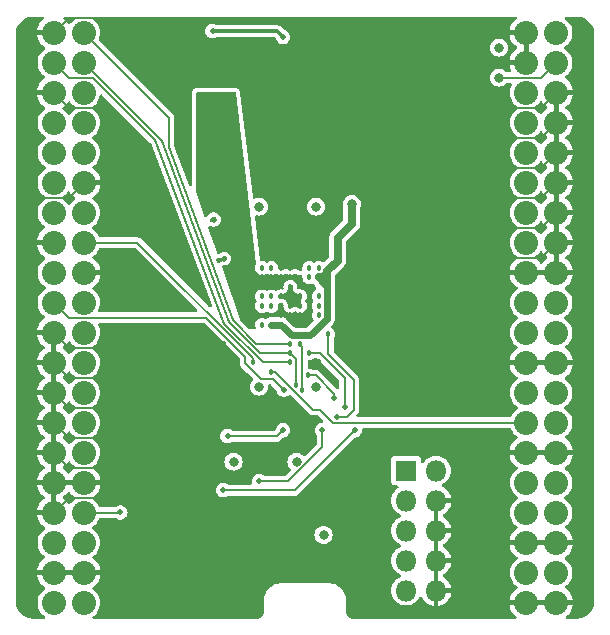
<source format=gbl>
G04 #@! TF.GenerationSoftware,KiCad,Pcbnew,8.0.6*
G04 #@! TF.CreationDate,2025-10-07T20:56:46+05:30*
G04 #@! TF.ProjectId,tt-ecp5-cb,74742d65-6370-4352-9d63-622e6b696361,rev?*
G04 #@! TF.SameCoordinates,Original*
G04 #@! TF.FileFunction,Copper,L4,Bot*
G04 #@! TF.FilePolarity,Positive*
%FSLAX46Y46*%
G04 Gerber Fmt 4.6, Leading zero omitted, Abs format (unit mm)*
G04 Created by KiCad (PCBNEW 8.0.6) date 2025-10-07 20:56:46*
%MOMM*%
%LPD*%
G01*
G04 APERTURE LIST*
G04 #@! TA.AperFunction,ComponentPad*
%ADD10C,2.032000*%
G04 #@! TD*
G04 #@! TA.AperFunction,ComponentPad*
%ADD11R,1.800000X1.800000*%
G04 #@! TD*
G04 #@! TA.AperFunction,ComponentPad*
%ADD12O,1.800000X1.800000*%
G04 #@! TD*
G04 #@! TA.AperFunction,ViaPad*
%ADD13C,0.457200*%
G04 #@! TD*
G04 #@! TA.AperFunction,ViaPad*
%ADD14C,0.812800*%
G04 #@! TD*
G04 #@! TA.AperFunction,ViaPad*
%ADD15C,0.508000*%
G04 #@! TD*
G04 #@! TA.AperFunction,Conductor*
%ADD16C,0.203200*%
G04 #@! TD*
G04 #@! TA.AperFunction,Conductor*
%ADD17C,0.304800*%
G04 #@! TD*
G04 #@! TA.AperFunction,Conductor*
%ADD18C,0.711200*%
G04 #@! TD*
G04 #@! TA.AperFunction,Conductor*
%ADD19C,0.609600*%
G04 #@! TD*
G04 APERTURE END LIST*
D10*
G04 #@! TO.P,J2,A1,GND*
G04 #@! TO.N,GND*
X99969000Y-64770000D03*
G04 #@! TO.P,J2,A2,ctrl_ena*
G04 #@! TO.N,CONFIG_SCK*
X102509000Y-64770000D03*
G04 #@! TO.P,J2,A3,ctrl_inc*
G04 #@! TO.N,CONFIG_INITN*
X99969000Y-67310000D03*
G04 #@! TO.P,J2,A4,ctrl_~{rst}*
G04 #@! TO.N,CONFIG_PROGRAMN*
X102509000Y-67310000D03*
G04 #@! TO.P,J2,A5,GND*
G04 #@! TO.N,GND*
X99969000Y-69850000D03*
G04 #@! TO.P,J2,A6,RES1*
G04 #@! TO.N,res1*
X102509000Y-69850000D03*
G04 #@! TO.P,J2,A7,VCCD*
G04 #@! TO.N,unconnected-(J2A-VCCD-PadA7)*
X99969000Y-72390000D03*
G04 #@! TO.P,J2,A8,RES2*
G04 #@! TO.N,res2*
X102509000Y-72390000D03*
G04 #@! TO.P,J2,A9,ui_in[0]*
G04 #@! TO.N,in0*
X99969000Y-74930000D03*
G04 #@! TO.P,J2,A10,RES3*
G04 #@! TO.N,res3*
X102509000Y-74930000D03*
G04 #@! TO.P,J2,A11,ui_in[1]*
G04 #@! TO.N,in1*
X99969000Y-77470000D03*
G04 #@! TO.P,J2,A12,GND*
G04 #@! TO.N,GND*
X102509000Y-77470000D03*
G04 #@! TO.P,J2,A13,ui_in[3]*
G04 #@! TO.N,in3*
X99969000Y-80010000D03*
G04 #@! TO.P,J2,A14,ui_in[2]*
G04 #@! TO.N,in2*
X102509000Y-80010000D03*
G04 #@! TO.P,J2,A15,GND*
G04 #@! TO.N,GND*
X99969000Y-82550000D03*
G04 #@! TO.P,J2,A16,ui_in[6]*
G04 #@! TO.N,in6*
X102509000Y-82550000D03*
G04 #@! TO.P,J2,A17,ui_in[4]*
G04 #@! TO.N,in4*
X99969000Y-85090000D03*
G04 #@! TO.P,J2,A18,GND*
G04 #@! TO.N,GND*
X102509000Y-85090000D03*
G04 #@! TO.P,J2,A19,ui_in[5]*
G04 #@! TO.N,in5*
X99969000Y-87630000D03*
G04 #@! TO.P,J2,A20,an0*
G04 #@! TO.N,an0*
X102509000Y-87630000D03*
G04 #@! TO.P,J2,A21,GND*
G04 #@! TO.N,GND*
X99969000Y-90170000D03*
G04 #@! TO.P,J2,A22,an1*
G04 #@! TO.N,an1*
X102509000Y-90170000D03*
G04 #@! TO.P,J2,A23,GND*
G04 #@! TO.N,GND*
X99969000Y-92710000D03*
G04 #@! TO.P,J2,A24,an2*
G04 #@! TO.N,an2*
X102509000Y-92710000D03*
G04 #@! TO.P,J2,A25,GND*
G04 #@! TO.N,GND*
X99969000Y-95250000D03*
G04 #@! TO.P,J2,A26,an3*
G04 #@! TO.N,an3*
X102509000Y-95250000D03*
G04 #@! TO.P,J2,A27,GND*
G04 #@! TO.N,GND*
X99969000Y-97790000D03*
G04 #@! TO.P,J2,A28,an4*
G04 #@! TO.N,an4*
X102509000Y-97790000D03*
G04 #@! TO.P,J2,A29,GND*
G04 #@! TO.N,GND*
X99969000Y-100330000D03*
G04 #@! TO.P,J2,A30,an5*
G04 #@! TO.N,an5*
X102509000Y-100330000D03*
G04 #@! TO.P,J2,A31,GND*
G04 #@! TO.N,GND*
X99969000Y-102870000D03*
G04 #@! TO.P,J2,A32,GND*
X102509000Y-102870000D03*
G04 #@! TO.P,J2,A33,GND*
X99969000Y-105410000D03*
G04 #@! TO.P,J2,A34,ui_in[7]*
G04 #@! TO.N,in7*
X102509000Y-105410000D03*
G04 #@! TO.P,J2,A35,proj_clk*
G04 #@! TO.N,proj_clk*
X99969000Y-107950000D03*
G04 #@! TO.P,J2,A36,proj_~{rst}*
G04 #@! TO.N,proj_rstn*
X102509000Y-107950000D03*
G04 #@! TO.P,J2,A37,GND*
G04 #@! TO.N,GND*
X99969000Y-110490000D03*
G04 #@! TO.P,J2,A38,GND*
X102509000Y-110490000D03*
G04 #@! TO.P,J2,A39,uio[0]*
G04 #@! TO.N,uio0*
X99969000Y-113030000D03*
G04 #@! TO.P,J2,A40,uio[1]*
G04 #@! TO.N,uio1*
X102509000Y-113030000D03*
G04 #@! TO.P,J2,B1,GND*
G04 #@! TO.N,GND*
X139969000Y-64770000D03*
G04 #@! TO.P,J2,B2,VDDA*
G04 #@! TO.N,unconnected-(J2A-VDDA-PadB2)*
X142509000Y-64770000D03*
G04 #@! TO.P,J2,B3,GND*
G04 #@! TO.N,GND*
X139969000Y-67310000D03*
G04 #@! TO.P,J2,B4,VDDIO*
G04 #@! TO.N,+3V3*
X142509000Y-67310000D03*
G04 #@! TO.P,J2,B5,an11*
G04 #@! TO.N,unconnected-(J2D-an11-PadB5)*
X139969000Y-69850000D03*
G04 #@! TO.P,J2,B6,GND*
G04 #@! TO.N,GND*
X142509000Y-69850000D03*
G04 #@! TO.P,J2,B7,an10*
G04 #@! TO.N,unconnected-(J2D-an10-PadB7)*
X139969000Y-72390000D03*
G04 #@! TO.P,J2,B8,GND*
G04 #@! TO.N,GND*
X142509000Y-72390000D03*
G04 #@! TO.P,J2,B9,an9*
G04 #@! TO.N,unconnected-(J2D-an9-PadB9)*
X139969000Y-74930000D03*
G04 #@! TO.P,J2,B10,GND*
G04 #@! TO.N,GND*
X142509000Y-74930000D03*
G04 #@! TO.P,J2,B11,an8*
G04 #@! TO.N,unconnected-(J2D-an8-PadB11)*
X139969000Y-77470000D03*
G04 #@! TO.P,J2,B12,GND*
G04 #@! TO.N,GND*
X142509000Y-77470000D03*
G04 #@! TO.P,J2,B13,an7*
G04 #@! TO.N,unconnected-(J2D-an7-PadB13)*
X139969000Y-80010000D03*
G04 #@! TO.P,J2,B14,GND*
G04 #@! TO.N,GND*
X142509000Y-80010000D03*
G04 #@! TO.P,J2,B15,an6*
G04 #@! TO.N,unconnected-(J2D-an6-PadB15)*
X139969000Y-82550000D03*
G04 #@! TO.P,J2,B16,GND*
G04 #@! TO.N,GND*
X142509000Y-82550000D03*
G04 #@! TO.P,J2,B17,GND*
X139969000Y-85090000D03*
G04 #@! TO.P,J2,B18,GND*
X142509000Y-85090000D03*
G04 #@! TO.P,J2,B19,uo_out[6]*
G04 #@! TO.N,out6*
X139969000Y-87630000D03*
G04 #@! TO.P,J2,B20,uo_out[7]*
G04 #@! TO.N,out7*
X142509000Y-87630000D03*
G04 #@! TO.P,J2,B21,uo_out[4]*
G04 #@! TO.N,out4*
X139969000Y-90170000D03*
G04 #@! TO.P,J2,B22,uo_out[5]*
G04 #@! TO.N,out5*
X142509000Y-90170000D03*
G04 #@! TO.P,J2,B23,GND*
G04 #@! TO.N,GND*
X139969000Y-92710000D03*
G04 #@! TO.P,J2,B24,GND*
X142509000Y-92710000D03*
G04 #@! TO.P,J2,B25,uo_out[2]*
G04 #@! TO.N,out2*
X139969000Y-95250000D03*
G04 #@! TO.P,J2,B26,uo_out[3]*
G04 #@! TO.N,out3*
X142509000Y-95250000D03*
G04 #@! TO.P,J2,B27,uo_out[0]*
G04 #@! TO.N,out0*
X139969000Y-97790000D03*
G04 #@! TO.P,J2,B28,uo_out[1]*
G04 #@! TO.N,out1*
X142509000Y-97790000D03*
G04 #@! TO.P,J2,B29,GND*
G04 #@! TO.N,GND*
X139969000Y-100330000D03*
G04 #@! TO.P,J2,B30,GND*
X142509000Y-100330000D03*
G04 #@! TO.P,J2,B31,uio[6]*
G04 #@! TO.N,uio6*
X139969000Y-102870000D03*
G04 #@! TO.P,J2,B32,uio[7]*
G04 #@! TO.N,uio7*
X142509000Y-102870000D03*
G04 #@! TO.P,J2,B33,uio[4]*
G04 #@! TO.N,uio4*
X139969000Y-105410000D03*
G04 #@! TO.P,J2,B34,uio[5]*
G04 #@! TO.N,uio5*
X142509000Y-105410000D03*
G04 #@! TO.P,J2,B35,GND*
G04 #@! TO.N,GND*
X139969000Y-107950000D03*
G04 #@! TO.P,J2,B36,GND*
X142509000Y-107950000D03*
G04 #@! TO.P,J2,B37,uio[2]*
G04 #@! TO.N,uio2*
X139969000Y-110490000D03*
G04 #@! TO.P,J2,B38,uio[3]*
G04 #@! TO.N,uio3*
X142509000Y-110490000D03*
G04 #@! TO.P,J2,B39,GND*
G04 #@! TO.N,GND*
X139969000Y-113030000D03*
G04 #@! TO.P,J2,B40,GND*
X142509000Y-113030000D03*
G04 #@! TD*
D11*
G04 #@! TO.P,J1,1,Pin_1*
G04 #@! TO.N,TMS*
X129794000Y-101854000D03*
D12*
G04 #@! TO.P,J1,2,Pin_2*
G04 #@! TO.N,+3V3*
X132334000Y-101854000D03*
G04 #@! TO.P,J1,3,Pin_3*
G04 #@! TO.N,TCK*
X129794000Y-104394000D03*
G04 #@! TO.P,J1,4,Pin_4*
G04 #@! TO.N,GND*
X132334000Y-104394000D03*
G04 #@! TO.P,J1,5,Pin_5*
G04 #@! TO.N,TDO*
X129794000Y-106934000D03*
G04 #@! TO.P,J1,6,Pin_6*
G04 #@! TO.N,GND*
X132334000Y-106934000D03*
G04 #@! TO.P,J1,7,Pin_7*
G04 #@! TO.N,TDI*
X129794000Y-109474000D03*
G04 #@! TO.P,J1,8,Pin_8*
G04 #@! TO.N,GND*
X132334000Y-109474000D03*
G04 #@! TO.P,J1,9,Pin_9*
G04 #@! TO.N,CONFIG_PROGRAMN*
X129794000Y-112014000D03*
G04 #@! TO.P,J1,10,Pin_10*
G04 #@! TO.N,GND*
X132334000Y-112014000D03*
G04 #@! TD*
D13*
G04 #@! TO.N,+3V3*
X117600000Y-89500000D03*
X117600000Y-87900000D03*
X117600000Y-87100000D03*
X118400000Y-84700000D03*
X122400000Y-87100000D03*
D14*
X122174000Y-94742000D03*
X122809000Y-107315000D03*
D13*
X117600000Y-84700000D03*
X122400000Y-87900000D03*
D14*
X120523000Y-101092000D03*
X117348000Y-79502000D03*
D13*
X122400000Y-88700000D03*
D14*
X137668000Y-68580000D03*
D13*
X121600000Y-85500000D03*
X122400000Y-84700000D03*
D14*
X115189000Y-101092000D03*
D13*
X118400000Y-87100000D03*
D14*
X137668000Y-66040000D03*
D13*
X121600000Y-84700000D03*
D14*
X117348000Y-94742000D03*
X122174000Y-79502000D03*
D15*
G04 #@! TO.N,GND*
X115700000Y-94600000D03*
D13*
X119200000Y-87100000D03*
X114400000Y-91100000D03*
X122400000Y-92700000D03*
D14*
X124460000Y-67056000D03*
D15*
X112500000Y-86700000D03*
D13*
X120000000Y-86300000D03*
X125600000Y-92700000D03*
D14*
X136271000Y-96647000D03*
D13*
X120800000Y-87900000D03*
D14*
X109855000Y-87503000D03*
X128524000Y-67056000D03*
D15*
X113500000Y-80600000D03*
D14*
X114808000Y-109982000D03*
D15*
X126700000Y-80400000D03*
D13*
X125600000Y-83900000D03*
X124800000Y-90300000D03*
D14*
X117348000Y-76708000D03*
D13*
X120800000Y-84700000D03*
X125600000Y-87100000D03*
X118400000Y-87900000D03*
D14*
X115316000Y-66802000D03*
D13*
X120000000Y-87900000D03*
D14*
X110744000Y-64262000D03*
X129540000Y-80518000D03*
X110744000Y-73914000D03*
X121920000Y-70866000D03*
X133350000Y-96647000D03*
X109855000Y-82677000D03*
D13*
X114400000Y-83900000D03*
D14*
X123190000Y-102108000D03*
X122174000Y-97536000D03*
D13*
X120000000Y-84700000D03*
X120000000Y-87100000D03*
D14*
X136271000Y-99187000D03*
X131826000Y-70104000D03*
X117348000Y-97536000D03*
D13*
X120800000Y-87100000D03*
X119200000Y-84700000D03*
D14*
X125476000Y-105156000D03*
X127127000Y-101092000D03*
D13*
X114400000Y-92700000D03*
D14*
X122174000Y-76708000D03*
D15*
G04 #@! TO.N,in5*
X119430800Y-94996000D03*
D13*
G04 #@! TO.N,out0*
X118400000Y-93500000D03*
G04 #@! TO.N,in6*
X116800000Y-92700000D03*
D15*
G04 #@! TO.N,in7*
X105600000Y-105400000D03*
G04 #@! TO.N,Net-(U2-FB)*
X113411000Y-64643000D03*
X119380000Y-65151000D03*
D13*
G04 #@! TO.N,+2V5*
X118400000Y-89500000D03*
D14*
X125200000Y-79300000D03*
D13*
X122400000Y-85500000D03*
X119200000Y-89500000D03*
G04 #@! TO.N,+1V1*
X120000000Y-85500000D03*
X121600000Y-88700000D03*
X117600000Y-86300000D03*
D14*
X114400000Y-70800000D03*
X114400000Y-72300000D03*
D13*
X119200000Y-88700000D03*
X120800000Y-89500000D03*
X118400000Y-85500000D03*
D14*
X113000000Y-72300000D03*
X113000000Y-70800000D03*
D13*
X120800000Y-88700000D03*
X117600000Y-85500000D03*
X119200000Y-85500000D03*
X118400000Y-86300000D03*
X120000000Y-88700000D03*
G04 #@! TO.N,TCK*
X121500000Y-93800000D03*
D15*
X123700000Y-95700000D03*
D13*
G04 #@! TO.N,Net-(U1H-CFG_0)*
X121000000Y-95046800D03*
D15*
X119380000Y-98425000D03*
X114681000Y-98933000D03*
D13*
X120800000Y-91100000D03*
D15*
G04 #@! TO.N,Net-(U1H-CFG_1)*
X125476000Y-98425000D03*
D13*
X121600000Y-91900000D03*
D15*
X124612400Y-96469200D03*
X114300000Y-103505000D03*
G04 #@! TO.N,Net-(U1H-CFG_2)*
X117348000Y-102743000D03*
X122682000Y-98425000D03*
D13*
G04 #@! TO.N,CONFIG_INITN*
X120000000Y-92700000D03*
G04 #@! TO.N,TDO*
X123200000Y-90300000D03*
D15*
X123988359Y-97282001D03*
D13*
G04 #@! TO.N,CONFIG_PROGRAMN*
X120500000Y-94600000D03*
X120000000Y-91900000D03*
G04 #@! TO.N,CONFIG_SCK*
X119999195Y-91102414D03*
G04 #@! TD*
D16*
G04 #@! TO.N,+3V3*
X142509000Y-67310000D02*
X141239000Y-68580000D01*
X141239000Y-68580000D02*
X137668000Y-68580000D01*
G04 #@! TO.N,GND*
X99969000Y-97790000D02*
X101239000Y-99060000D01*
X142509000Y-80010000D02*
X141239000Y-81280000D01*
X101239000Y-99060000D02*
X103505000Y-99060000D01*
X142509000Y-72390000D02*
X141239000Y-73660000D01*
X101239000Y-101600000D02*
X103505000Y-101600000D01*
X101239000Y-71120000D02*
X103505000Y-71120000D01*
X99969000Y-105410000D02*
X101239000Y-104140000D01*
X142509000Y-74930000D02*
X141239000Y-76200000D01*
X141239000Y-76200000D02*
X138684000Y-76200000D01*
X141239000Y-83820000D02*
X138684000Y-83820000D01*
X142509000Y-82550000D02*
X141239000Y-83820000D01*
X99969000Y-95250000D02*
X101239000Y-96520000D01*
X99969000Y-100330000D02*
X101239000Y-101600000D01*
X101239000Y-93980000D02*
X103505000Y-93980000D01*
X101239000Y-63500000D02*
X103505000Y-63500000D01*
X141239000Y-71120000D02*
X138176000Y-71120000D01*
X99969000Y-92710000D02*
X101239000Y-93980000D01*
X101239000Y-78740000D02*
X99187000Y-78740000D01*
X101239000Y-104140000D02*
X103505000Y-104140000D01*
X141239000Y-78740000D02*
X138684000Y-78740000D01*
X99969000Y-90170000D02*
X101239000Y-91440000D01*
X141239000Y-73660000D02*
X138684000Y-73660000D01*
X141239000Y-81280000D02*
X138684000Y-81280000D01*
X101239000Y-91440000D02*
X103759000Y-91440000D01*
X142509000Y-69850000D02*
X141239000Y-71120000D01*
X142509000Y-77470000D02*
X141239000Y-78740000D01*
X99969000Y-64770000D02*
X101239000Y-63500000D01*
X102509000Y-77470000D02*
X101239000Y-78740000D01*
X101239000Y-96520000D02*
X103505000Y-96520000D01*
X99969000Y-69850000D02*
X101239000Y-71120000D01*
G04 #@! TO.N,in5*
X116600100Y-93182600D02*
X116194212Y-92776712D01*
X117500400Y-94081600D02*
X116601400Y-93182600D01*
X118516400Y-94081600D02*
X117500400Y-94081600D01*
X116194212Y-92776712D02*
X116194212Y-92205788D01*
X101239000Y-88900000D02*
X99969000Y-87630000D01*
X112888424Y-88900000D02*
X101239000Y-88900000D01*
X116194212Y-92205788D02*
X112888424Y-88900000D01*
X119430800Y-94996000D02*
X118516400Y-94081600D01*
X116601400Y-93182600D02*
X116600100Y-93182600D01*
G04 #@! TO.N,out0*
X122481000Y-96700000D02*
X123571000Y-97790000D01*
X118400000Y-93500000D02*
X118710421Y-93500000D01*
X121910421Y-96700000D02*
X122481000Y-96700000D01*
X123571000Y-97790000D02*
X139969000Y-97790000D01*
X118710421Y-93500000D02*
X121910421Y-96700000D01*
G04 #@! TO.N,in6*
X102509000Y-82550000D02*
X107041318Y-82550000D01*
X116800000Y-92308682D02*
X116800000Y-92700000D01*
X107041318Y-82550000D02*
X116800000Y-92308682D01*
G04 #@! TO.N,in7*
X105600000Y-105400000D02*
X105590000Y-105410000D01*
X105590000Y-105410000D02*
X102509000Y-105410000D01*
D17*
G04 #@! TO.N,Net-(U2-FB)*
X119380000Y-65151000D02*
X118872000Y-64643000D01*
X118872000Y-64643000D02*
X113411000Y-64643000D01*
D18*
G04 #@! TO.N,+2V5*
X124002800Y-82143600D02*
X125200000Y-80946400D01*
D19*
X120100000Y-90400000D02*
X121690000Y-90400000D01*
X118400000Y-89500000D02*
X119200000Y-89500000D01*
D18*
X125200000Y-80946400D02*
X125200000Y-79300000D01*
X123184934Y-84884934D02*
X124002800Y-84067068D01*
D19*
X119200000Y-89500000D02*
X120100000Y-90400000D01*
X123100000Y-88990000D02*
X123100000Y-86200000D01*
D18*
X123100000Y-86200000D02*
X123100000Y-84969868D01*
D19*
X122569868Y-85500000D02*
X123184934Y-84884934D01*
D18*
X124002800Y-84067068D02*
X124002800Y-82143600D01*
D19*
X121690000Y-90400000D02*
X123100000Y-88990000D01*
D18*
X122400000Y-85500000D02*
X122569868Y-85500000D01*
X123100000Y-86200000D02*
X122400000Y-85500000D01*
D16*
G04 #@! TO.N,TCK*
X123700000Y-95334053D02*
X122165947Y-93800000D01*
X122165947Y-93800000D02*
X121500000Y-93800000D01*
X123700000Y-95700000D02*
X123700000Y-95334053D01*
G04 #@! TO.N,Net-(U1H-CFG_0)*
X119380000Y-98425000D02*
X118872000Y-98933000D01*
X118872000Y-98933000D02*
X114681000Y-98933000D01*
X120800000Y-91200000D02*
X120800000Y-91100000D01*
X121000000Y-95046800D02*
X121000000Y-91400000D01*
X121000000Y-91400000D02*
X120800000Y-91200000D01*
G04 #@! TO.N,Net-(U1H-CFG_1)*
X124612400Y-96469200D02*
X124612400Y-94012400D01*
X114300000Y-103505000D02*
X120396000Y-103505000D01*
X124612400Y-94012400D02*
X122500000Y-91900000D01*
X122500000Y-91900000D02*
X121600000Y-91900000D01*
X120396000Y-103505000D02*
X125476000Y-98425000D01*
G04 #@! TO.N,Net-(U1H-CFG_2)*
X117348000Y-102743000D02*
X119805947Y-102743000D01*
X119805947Y-102743000D02*
X122682000Y-99866947D01*
X122682000Y-99866947D02*
X122682000Y-98425000D01*
G04 #@! TO.N,CONFIG_INITN*
X117694212Y-92700000D02*
X114400000Y-89405788D01*
X101239000Y-68580000D02*
X103276106Y-68580000D01*
X99969000Y-67310000D02*
X101239000Y-68580000D01*
X114400000Y-89405788D02*
X108548053Y-73851947D01*
X117694212Y-92700000D02*
X120000000Y-92700000D01*
X103276106Y-68580000D02*
X108548053Y-73851947D01*
G04 #@! TO.N,TDO*
X123988359Y-97282001D02*
X124815599Y-97282001D01*
X125374400Y-94174400D02*
X123200000Y-92000000D01*
X124815599Y-97282001D02*
X125374400Y-96723200D01*
X125374400Y-96723200D02*
X125374400Y-94174400D01*
X123200000Y-92000000D02*
X123200000Y-90300000D01*
G04 #@! TO.N,CONFIG_PROGRAMN*
X114804216Y-89307110D02*
X114804216Y-89300000D01*
X117397106Y-91900000D02*
X114804216Y-89307110D01*
X120000000Y-91900000D02*
X117397106Y-91900000D01*
X120000000Y-91900000D02*
X120500000Y-92400000D01*
X109149500Y-73950500D02*
X114804216Y-89300000D01*
X120500000Y-92400000D02*
X120500000Y-94600000D01*
X109149500Y-73950500D02*
X102509000Y-67310000D01*
G04 #@! TO.N,CONFIG_SCK*
X119999195Y-91102414D02*
X119996781Y-91100000D01*
X109700000Y-71961000D02*
X102509000Y-64770000D01*
X115115039Y-89115039D02*
X109700000Y-74416131D01*
X119996781Y-91100000D02*
X117100000Y-91100000D01*
X117100000Y-91100000D02*
X115115039Y-89115039D01*
X109700000Y-74416131D02*
X109700000Y-71961000D01*
G04 #@! TD*
G04 #@! TA.AperFunction,Conductor*
G04 #@! TO.N,GND*
G36*
X99103541Y-63428502D02*
G01*
X99150034Y-63482158D01*
X99160138Y-63552432D01*
X99130644Y-63617012D01*
X99112811Y-63633932D01*
X99002326Y-63719925D01*
X98842678Y-63893349D01*
X98713750Y-64090689D01*
X98619058Y-64306566D01*
X98561192Y-64535071D01*
X98558562Y-64566800D01*
X99573053Y-64566800D01*
X99554792Y-64598429D01*
X99524500Y-64711480D01*
X99524500Y-64828520D01*
X99554792Y-64941571D01*
X99573053Y-64973200D01*
X98558563Y-64973200D01*
X98561192Y-65004928D01*
X98619058Y-65233433D01*
X98713750Y-65449310D01*
X98842678Y-65646650D01*
X99002326Y-65820074D01*
X99188361Y-65964871D01*
X99190102Y-65966009D01*
X99190654Y-65966656D01*
X99192468Y-65968068D01*
X99192177Y-65968441D01*
X99236188Y-66020015D01*
X99245760Y-66090363D01*
X99215780Y-66154719D01*
X99198573Y-66170921D01*
X99036514Y-66297056D01*
X98882507Y-66464354D01*
X98758138Y-66654715D01*
X98666798Y-66862949D01*
X98666795Y-66862956D01*
X98610977Y-67083378D01*
X98610976Y-67083384D01*
X98610976Y-67083386D01*
X98592198Y-67310000D01*
X98608092Y-67501814D01*
X98610977Y-67536621D01*
X98666795Y-67757043D01*
X98666798Y-67757050D01*
X98758138Y-67965284D01*
X98847185Y-68101581D01*
X98882510Y-68155649D01*
X99036517Y-68322946D01*
X99198573Y-68449079D01*
X99240045Y-68506703D01*
X99243779Y-68577601D01*
X99208589Y-68639263D01*
X99190108Y-68653987D01*
X99188361Y-68655128D01*
X99002326Y-68799925D01*
X98842678Y-68973349D01*
X98713750Y-69170689D01*
X98619058Y-69386566D01*
X98561192Y-69615071D01*
X98558562Y-69646800D01*
X99573053Y-69646800D01*
X99554792Y-69678429D01*
X99524500Y-69791480D01*
X99524500Y-69908520D01*
X99554792Y-70021571D01*
X99573053Y-70053200D01*
X98558563Y-70053200D01*
X98561192Y-70084928D01*
X98619058Y-70313433D01*
X98713750Y-70529310D01*
X98842678Y-70726650D01*
X99002326Y-70900074D01*
X99188361Y-71044871D01*
X99190102Y-71046009D01*
X99190654Y-71046656D01*
X99192468Y-71048068D01*
X99192177Y-71048441D01*
X99236188Y-71100015D01*
X99245760Y-71170363D01*
X99215780Y-71234719D01*
X99198573Y-71250921D01*
X99036514Y-71377056D01*
X98882507Y-71544354D01*
X98758138Y-71734715D01*
X98666798Y-71942949D01*
X98666795Y-71942956D01*
X98610977Y-72163378D01*
X98610976Y-72163384D01*
X98610976Y-72163386D01*
X98609036Y-72186800D01*
X98592198Y-72390000D01*
X98610977Y-72616621D01*
X98666795Y-72837043D01*
X98666798Y-72837050D01*
X98758138Y-73045284D01*
X98870026Y-73216542D01*
X98882510Y-73235649D01*
X98996644Y-73359632D01*
X99030135Y-73396014D01*
X99036517Y-73402946D01*
X99215961Y-73542612D01*
X99215963Y-73542613D01*
X99215966Y-73542615D01*
X99228110Y-73549187D01*
X99278500Y-73599200D01*
X99293852Y-73668517D01*
X99269291Y-73735130D01*
X99228110Y-73770813D01*
X99215966Y-73777384D01*
X99215960Y-73777388D01*
X99036514Y-73917056D01*
X98882507Y-74084354D01*
X98758138Y-74274715D01*
X98666798Y-74482949D01*
X98666795Y-74482956D01*
X98610977Y-74703378D01*
X98592198Y-74930000D01*
X98610977Y-75156621D01*
X98666795Y-75377043D01*
X98666798Y-75377050D01*
X98758138Y-75585284D01*
X98804414Y-75656115D01*
X98882510Y-75775649D01*
X99036517Y-75942946D01*
X99215961Y-76082612D01*
X99215963Y-76082613D01*
X99215966Y-76082615D01*
X99228110Y-76089187D01*
X99278500Y-76139200D01*
X99293852Y-76208517D01*
X99269291Y-76275130D01*
X99228110Y-76310813D01*
X99215966Y-76317384D01*
X99215960Y-76317388D01*
X99036514Y-76457056D01*
X98882507Y-76624354D01*
X98758138Y-76814715D01*
X98666798Y-77022949D01*
X98666795Y-77022956D01*
X98610977Y-77243378D01*
X98610976Y-77243384D01*
X98610976Y-77243386D01*
X98592198Y-77470000D01*
X98607378Y-77653198D01*
X98610977Y-77696621D01*
X98666795Y-77917043D01*
X98666798Y-77917050D01*
X98758138Y-78125284D01*
X98831950Y-78238262D01*
X98882510Y-78315649D01*
X99036517Y-78482946D01*
X99215961Y-78622612D01*
X99215963Y-78622613D01*
X99215966Y-78622615D01*
X99228110Y-78629187D01*
X99278500Y-78679200D01*
X99293852Y-78748517D01*
X99269291Y-78815130D01*
X99228110Y-78850813D01*
X99215966Y-78857384D01*
X99215960Y-78857388D01*
X99036514Y-78997056D01*
X98882507Y-79164354D01*
X98758138Y-79354715D01*
X98666798Y-79562949D01*
X98666795Y-79562956D01*
X98610977Y-79783378D01*
X98592198Y-80010000D01*
X98610977Y-80236621D01*
X98666795Y-80457043D01*
X98666798Y-80457050D01*
X98758138Y-80665284D01*
X98879193Y-80850573D01*
X98882510Y-80855649D01*
X99036517Y-81022946D01*
X99198573Y-81149079D01*
X99240045Y-81206703D01*
X99243779Y-81277601D01*
X99208589Y-81339263D01*
X99190108Y-81353987D01*
X99188361Y-81355128D01*
X99002326Y-81499925D01*
X98842678Y-81673349D01*
X98713750Y-81870689D01*
X98619058Y-82086566D01*
X98561192Y-82315071D01*
X98558562Y-82346800D01*
X99573053Y-82346800D01*
X99554792Y-82378429D01*
X99524500Y-82491480D01*
X99524500Y-82608520D01*
X99554792Y-82721571D01*
X99573053Y-82753200D01*
X98558563Y-82753200D01*
X98561192Y-82784928D01*
X98619058Y-83013433D01*
X98713750Y-83229310D01*
X98842678Y-83426650D01*
X99002326Y-83600074D01*
X99188361Y-83744871D01*
X99190102Y-83746009D01*
X99190654Y-83746656D01*
X99192468Y-83748068D01*
X99192177Y-83748441D01*
X99236188Y-83800015D01*
X99245760Y-83870363D01*
X99215780Y-83934719D01*
X99198573Y-83950921D01*
X99036514Y-84077056D01*
X98882507Y-84244354D01*
X98758138Y-84434715D01*
X98666798Y-84642949D01*
X98666795Y-84642956D01*
X98610977Y-84863378D01*
X98610976Y-84863384D01*
X98610976Y-84863386D01*
X98592198Y-85090000D01*
X98607378Y-85273198D01*
X98610977Y-85316621D01*
X98666795Y-85537043D01*
X98666798Y-85537050D01*
X98758138Y-85745284D01*
X98834456Y-85862098D01*
X98882510Y-85935649D01*
X99036517Y-86102946D01*
X99215961Y-86242612D01*
X99215963Y-86242613D01*
X99215966Y-86242615D01*
X99228110Y-86249187D01*
X99278500Y-86299200D01*
X99293852Y-86368517D01*
X99269291Y-86435130D01*
X99228110Y-86470813D01*
X99215966Y-86477384D01*
X99215960Y-86477388D01*
X99036514Y-86617056D01*
X98882507Y-86784354D01*
X98758138Y-86974715D01*
X98666798Y-87182949D01*
X98666795Y-87182956D01*
X98610977Y-87403378D01*
X98610976Y-87403384D01*
X98610976Y-87403386D01*
X98592198Y-87630000D01*
X98610133Y-87846445D01*
X98610977Y-87856621D01*
X98666795Y-88077043D01*
X98666798Y-88077050D01*
X98758138Y-88285284D01*
X98826756Y-88390312D01*
X98882510Y-88475649D01*
X99036517Y-88642946D01*
X99198573Y-88769079D01*
X99240045Y-88826703D01*
X99243779Y-88897601D01*
X99208589Y-88959263D01*
X99190108Y-88973987D01*
X99188361Y-88975128D01*
X99002326Y-89119925D01*
X98842678Y-89293349D01*
X98713750Y-89490689D01*
X98619058Y-89706566D01*
X98561192Y-89935071D01*
X98558562Y-89966800D01*
X99573053Y-89966800D01*
X99554792Y-89998429D01*
X99524500Y-90111480D01*
X99524500Y-90228520D01*
X99554792Y-90341571D01*
X99573053Y-90373200D01*
X98558563Y-90373200D01*
X98561192Y-90404928D01*
X98619058Y-90633433D01*
X98713750Y-90849310D01*
X98842678Y-91046650D01*
X99002326Y-91220074D01*
X99157136Y-91340568D01*
X99198607Y-91398194D01*
X99202341Y-91469092D01*
X99167151Y-91530754D01*
X99157136Y-91539432D01*
X99002326Y-91659925D01*
X98842678Y-91833349D01*
X98713750Y-92030689D01*
X98619058Y-92246566D01*
X98561192Y-92475071D01*
X98558562Y-92506800D01*
X99573053Y-92506800D01*
X99554792Y-92538429D01*
X99524500Y-92651480D01*
X99524500Y-92768520D01*
X99554792Y-92881571D01*
X99573053Y-92913200D01*
X98558563Y-92913200D01*
X98561192Y-92944928D01*
X98619058Y-93173433D01*
X98713750Y-93389310D01*
X98842678Y-93586650D01*
X99002326Y-93760074D01*
X99157136Y-93880568D01*
X99198607Y-93938194D01*
X99202341Y-94009092D01*
X99167151Y-94070754D01*
X99157136Y-94079432D01*
X99002326Y-94199925D01*
X98842678Y-94373349D01*
X98713750Y-94570689D01*
X98619058Y-94786566D01*
X98561192Y-95015071D01*
X98558562Y-95046800D01*
X99573053Y-95046800D01*
X99554792Y-95078429D01*
X99524500Y-95191480D01*
X99524500Y-95308520D01*
X99554792Y-95421571D01*
X99573053Y-95453200D01*
X98558563Y-95453200D01*
X98561192Y-95484928D01*
X98619058Y-95713433D01*
X98713750Y-95929310D01*
X98842678Y-96126650D01*
X99002326Y-96300074D01*
X99157136Y-96420568D01*
X99198607Y-96478194D01*
X99202341Y-96549092D01*
X99167151Y-96610754D01*
X99157136Y-96619432D01*
X99002326Y-96739925D01*
X98842678Y-96913349D01*
X98713750Y-97110689D01*
X98619058Y-97326566D01*
X98561192Y-97555071D01*
X98558562Y-97586800D01*
X99573053Y-97586800D01*
X99554792Y-97618429D01*
X99524500Y-97731480D01*
X99524500Y-97848520D01*
X99554792Y-97961571D01*
X99573053Y-97993200D01*
X98558563Y-97993200D01*
X98561192Y-98024928D01*
X98619058Y-98253433D01*
X98713750Y-98469310D01*
X98842678Y-98666650D01*
X99002326Y-98840074D01*
X99157136Y-98960568D01*
X99198607Y-99018194D01*
X99202341Y-99089092D01*
X99167151Y-99150754D01*
X99157136Y-99159432D01*
X99002326Y-99279925D01*
X98842678Y-99453349D01*
X98713750Y-99650689D01*
X98619058Y-99866566D01*
X98561192Y-100095071D01*
X98558562Y-100126800D01*
X99573053Y-100126800D01*
X99554792Y-100158429D01*
X99524500Y-100271480D01*
X99524500Y-100388520D01*
X99554792Y-100501571D01*
X99573053Y-100533200D01*
X98558563Y-100533200D01*
X98561192Y-100564928D01*
X98619058Y-100793433D01*
X98713750Y-101009310D01*
X98842678Y-101206650D01*
X99002326Y-101380074D01*
X99157136Y-101500568D01*
X99198607Y-101558194D01*
X99202341Y-101629092D01*
X99167151Y-101690754D01*
X99157136Y-101699432D01*
X99002326Y-101819925D01*
X98842678Y-101993349D01*
X98713750Y-102190689D01*
X98619058Y-102406566D01*
X98561192Y-102635071D01*
X98558562Y-102666800D01*
X99573053Y-102666800D01*
X99554792Y-102698429D01*
X99524500Y-102811480D01*
X99524500Y-102928520D01*
X99554792Y-103041571D01*
X99573053Y-103073200D01*
X98558563Y-103073200D01*
X98561192Y-103104928D01*
X98619058Y-103333433D01*
X98713750Y-103549310D01*
X98842678Y-103746650D01*
X99002326Y-103920074D01*
X99157136Y-104040568D01*
X99198607Y-104098194D01*
X99202341Y-104169092D01*
X99167151Y-104230754D01*
X99157136Y-104239432D01*
X99002326Y-104359925D01*
X98842678Y-104533349D01*
X98713750Y-104730689D01*
X98619058Y-104946566D01*
X98561192Y-105175071D01*
X98558562Y-105206800D01*
X99573053Y-105206800D01*
X99554792Y-105238429D01*
X99524500Y-105351480D01*
X99524500Y-105468520D01*
X99554792Y-105581571D01*
X99573053Y-105613200D01*
X98558563Y-105613200D01*
X98561192Y-105644928D01*
X98619058Y-105873433D01*
X98713750Y-106089310D01*
X98842678Y-106286650D01*
X99002326Y-106460074D01*
X99188361Y-106604871D01*
X99190102Y-106606009D01*
X99190654Y-106606656D01*
X99192468Y-106608068D01*
X99192177Y-106608441D01*
X99236188Y-106660015D01*
X99245760Y-106730363D01*
X99215780Y-106794719D01*
X99198573Y-106810921D01*
X99036514Y-106937056D01*
X98882507Y-107104354D01*
X98758138Y-107294715D01*
X98666798Y-107502949D01*
X98666795Y-107502956D01*
X98610977Y-107723378D01*
X98610976Y-107723384D01*
X98610976Y-107723386D01*
X98592198Y-107950000D01*
X98607670Y-108136723D01*
X98610977Y-108176621D01*
X98666795Y-108397043D01*
X98666798Y-108397050D01*
X98758138Y-108605284D01*
X98834456Y-108722098D01*
X98882510Y-108795649D01*
X99036517Y-108962946D01*
X99198573Y-109089079D01*
X99240045Y-109146703D01*
X99243779Y-109217601D01*
X99208589Y-109279263D01*
X99190108Y-109293987D01*
X99188361Y-109295128D01*
X99002326Y-109439925D01*
X98842678Y-109613349D01*
X98713750Y-109810689D01*
X98619058Y-110026566D01*
X98561192Y-110255071D01*
X98558562Y-110286800D01*
X99573053Y-110286800D01*
X99554792Y-110318429D01*
X99524500Y-110431480D01*
X99524500Y-110548520D01*
X99554792Y-110661571D01*
X99573053Y-110693200D01*
X98558563Y-110693200D01*
X98561192Y-110724928D01*
X98619058Y-110953433D01*
X98713750Y-111169310D01*
X98842678Y-111366650D01*
X99002326Y-111540074D01*
X99188361Y-111684871D01*
X99190102Y-111686009D01*
X99190654Y-111686656D01*
X99192468Y-111688068D01*
X99192177Y-111688441D01*
X99236188Y-111740015D01*
X99245760Y-111810363D01*
X99215780Y-111874719D01*
X99198573Y-111890921D01*
X99036514Y-112017056D01*
X98882507Y-112184354D01*
X98758138Y-112374715D01*
X98666798Y-112582949D01*
X98666795Y-112582956D01*
X98610977Y-112803378D01*
X98610976Y-112803384D01*
X98610976Y-112803386D01*
X98592198Y-113030000D01*
X98602116Y-113149697D01*
X98610977Y-113256621D01*
X98666795Y-113477043D01*
X98666798Y-113477050D01*
X98758138Y-113685284D01*
X98834456Y-113802098D01*
X98882510Y-113875649D01*
X99036517Y-114042946D01*
X99109632Y-114099853D01*
X99194705Y-114166068D01*
X99236177Y-114223693D01*
X99239911Y-114294591D01*
X99204721Y-114356253D01*
X99141781Y-114389102D01*
X99117315Y-114391500D01*
X98243501Y-114391500D01*
X98234512Y-114391179D01*
X98035721Y-114376961D01*
X98017933Y-114374403D01*
X97827597Y-114332998D01*
X97810359Y-114327937D01*
X97627850Y-114259864D01*
X97611498Y-114252396D01*
X97440541Y-114159047D01*
X97425417Y-114149327D01*
X97269486Y-114032598D01*
X97255900Y-114020825D01*
X97118174Y-113883099D01*
X97106401Y-113869513D01*
X97090436Y-113848187D01*
X97048766Y-113792522D01*
X96989672Y-113713582D01*
X96979952Y-113698458D01*
X96886603Y-113527501D01*
X96879135Y-113511149D01*
X96811060Y-113328633D01*
X96806003Y-113311411D01*
X96764593Y-113121054D01*
X96762038Y-113103277D01*
X96756797Y-113030000D01*
X96747821Y-112904487D01*
X96747500Y-112895499D01*
X96747500Y-64904500D01*
X96747821Y-64895512D01*
X96751276Y-64847200D01*
X96762038Y-64696716D01*
X96764593Y-64678947D01*
X96806004Y-64488584D01*
X96811058Y-64471369D01*
X96879138Y-64288842D01*
X96886599Y-64272505D01*
X96979955Y-64101535D01*
X96989668Y-64086422D01*
X97106407Y-63930478D01*
X97118167Y-63916907D01*
X97255907Y-63779167D01*
X97269478Y-63767407D01*
X97425422Y-63650668D01*
X97440535Y-63640955D01*
X97611505Y-63547599D01*
X97627842Y-63540138D01*
X97810369Y-63472058D01*
X97827584Y-63467004D01*
X98017947Y-63425593D01*
X98035716Y-63423038D01*
X98205471Y-63410898D01*
X98234513Y-63408821D01*
X98243501Y-63408500D01*
X98305945Y-63408500D01*
X99035420Y-63408500D01*
X99103541Y-63428502D01*
G37*
G04 #@! TD.AperFunction*
G04 #@! TA.AperFunction,Conductor*
G36*
X132537200Y-111553968D02*
G01*
X132526993Y-111548075D01*
X132399826Y-111514000D01*
X132268174Y-111514000D01*
X132141007Y-111548075D01*
X132130800Y-111553968D01*
X132130800Y-109934031D01*
X132141007Y-109939925D01*
X132268174Y-109974000D01*
X132399826Y-109974000D01*
X132526993Y-109939925D01*
X132537200Y-109934031D01*
X132537200Y-111553968D01*
G37*
G04 #@! TD.AperFunction*
G04 #@! TA.AperFunction,Conductor*
G36*
X132537200Y-109013968D02*
G01*
X132526993Y-109008075D01*
X132399826Y-108974000D01*
X132268174Y-108974000D01*
X132141007Y-109008075D01*
X132130800Y-109013968D01*
X132130800Y-107394031D01*
X132141007Y-107399925D01*
X132268174Y-107434000D01*
X132399826Y-107434000D01*
X132526993Y-107399925D01*
X132537200Y-107394031D01*
X132537200Y-109013968D01*
G37*
G04 #@! TD.AperFunction*
G04 #@! TA.AperFunction,Conductor*
G36*
X132537200Y-106473968D02*
G01*
X132526993Y-106468075D01*
X132399826Y-106434000D01*
X132268174Y-106434000D01*
X132141007Y-106468075D01*
X132130800Y-106473968D01*
X132130800Y-104854031D01*
X132141007Y-104859925D01*
X132268174Y-104894000D01*
X132399826Y-104894000D01*
X132526993Y-104859925D01*
X132537200Y-104854031D01*
X132537200Y-106473968D01*
G37*
G04 #@! TD.AperFunction*
G04 #@! TA.AperFunction,Conductor*
G36*
X112714769Y-89377702D02*
G01*
X112735743Y-89394605D01*
X115699607Y-92358469D01*
X115733633Y-92420781D01*
X115736512Y-92447564D01*
X115736512Y-92836973D01*
X115767703Y-92953377D01*
X115767704Y-92953380D01*
X115827958Y-93057743D01*
X115827966Y-93057753D01*
X116319918Y-93549705D01*
X116330495Y-93558981D01*
X116802492Y-94030978D01*
X116836518Y-94093290D01*
X116831453Y-94164105D01*
X116802493Y-94209168D01*
X116748078Y-94263583D01*
X116656665Y-94409066D01*
X116656664Y-94409069D01*
X116599912Y-94571255D01*
X116580675Y-94742000D01*
X116599912Y-94912744D01*
X116656664Y-95074930D01*
X116656665Y-95074933D01*
X116748079Y-95220417D01*
X116748080Y-95220419D01*
X116869580Y-95341919D01*
X116869582Y-95341920D01*
X117015066Y-95433334D01*
X117015067Y-95433334D01*
X117015070Y-95433336D01*
X117177254Y-95490087D01*
X117177253Y-95490087D01*
X117194543Y-95492034D01*
X117348000Y-95509325D01*
X117518746Y-95490087D01*
X117680930Y-95433336D01*
X117826419Y-95341919D01*
X117947919Y-95220419D01*
X118039336Y-95074930D01*
X118096087Y-94912746D01*
X118115325Y-94742000D01*
X118108273Y-94679406D01*
X118120523Y-94609474D01*
X118168636Y-94557267D01*
X118233481Y-94539300D01*
X118274624Y-94539300D01*
X118342745Y-94559302D01*
X118363719Y-94576205D01*
X118789993Y-95002479D01*
X118824019Y-95064791D01*
X118825979Y-95076386D01*
X118834076Y-95143076D01*
X118886617Y-95281613D01*
X118970778Y-95403541D01*
X118970779Y-95403542D01*
X118970780Y-95403543D01*
X119081678Y-95501790D01*
X119212867Y-95570643D01*
X119356720Y-95606100D01*
X119356721Y-95606100D01*
X119504879Y-95606100D01*
X119504880Y-95606100D01*
X119648733Y-95570643D01*
X119779922Y-95501790D01*
X119842264Y-95446559D01*
X119906516Y-95416359D01*
X119976897Y-95425690D01*
X120014912Y-95451777D01*
X121629386Y-97066251D01*
X121669569Y-97089450D01*
X121669571Y-97089452D01*
X121721519Y-97119443D01*
X121733756Y-97126508D01*
X121850164Y-97157700D01*
X122239224Y-97157700D01*
X122307345Y-97177702D01*
X122328319Y-97194605D01*
X122733519Y-97599805D01*
X122767545Y-97662117D01*
X122762480Y-97732932D01*
X122719933Y-97789768D01*
X122653413Y-97814579D01*
X122644424Y-97814900D01*
X122607918Y-97814900D01*
X122464068Y-97850356D01*
X122332882Y-97919207D01*
X122332878Y-97919209D01*
X122221978Y-98017458D01*
X122137817Y-98139386D01*
X122085277Y-98277923D01*
X122067419Y-98424997D01*
X122067419Y-98425002D01*
X122085277Y-98572076D01*
X122137816Y-98710611D01*
X122168614Y-98755230D01*
X122201996Y-98803592D01*
X122224232Y-98871015D01*
X122224300Y-98875167D01*
X122224300Y-99625170D01*
X122204298Y-99693291D01*
X122187395Y-99714266D01*
X121294594Y-100607066D01*
X121232282Y-100641091D01*
X121161466Y-100636026D01*
X121116404Y-100607065D01*
X121001419Y-100492080D01*
X121001417Y-100492079D01*
X120855933Y-100400665D01*
X120855930Y-100400664D01*
X120693746Y-100343913D01*
X120693744Y-100343912D01*
X120693746Y-100343912D01*
X120523000Y-100324675D01*
X120352255Y-100343912D01*
X120190069Y-100400664D01*
X120190066Y-100400665D01*
X120044582Y-100492079D01*
X120044580Y-100492080D01*
X119923080Y-100613580D01*
X119923079Y-100613582D01*
X119831665Y-100759066D01*
X119831664Y-100759069D01*
X119774912Y-100921255D01*
X119755675Y-101092000D01*
X119774912Y-101262744D01*
X119831664Y-101424930D01*
X119831665Y-101424933D01*
X119923079Y-101570417D01*
X119923080Y-101570419D01*
X120038065Y-101685404D01*
X120072091Y-101747716D01*
X120067026Y-101818531D01*
X120038066Y-101863594D01*
X119653266Y-102248395D01*
X119590953Y-102282420D01*
X119564170Y-102285300D01*
X117799190Y-102285300D01*
X117731069Y-102265298D01*
X117715637Y-102253613D01*
X117697121Y-102237209D01*
X117697117Y-102237207D01*
X117565931Y-102168356D01*
X117422081Y-102132900D01*
X117422080Y-102132900D01*
X117273920Y-102132900D01*
X117273918Y-102132900D01*
X117130068Y-102168356D01*
X116998882Y-102237207D01*
X116998878Y-102237209D01*
X116887978Y-102335458D01*
X116803817Y-102457386D01*
X116751277Y-102595923D01*
X116733419Y-102742997D01*
X116733419Y-102743002D01*
X116751277Y-102890079D01*
X116751540Y-102891145D01*
X116751504Y-102891950D01*
X116752196Y-102897645D01*
X116751249Y-102897759D01*
X116748423Y-102962073D01*
X116707453Y-103020056D01*
X116641639Y-103046685D01*
X116629202Y-103047300D01*
X114751190Y-103047300D01*
X114683069Y-103027298D01*
X114667637Y-103015613D01*
X114649121Y-102999209D01*
X114649117Y-102999207D01*
X114517931Y-102930356D01*
X114374081Y-102894900D01*
X114374080Y-102894900D01*
X114225920Y-102894900D01*
X114225918Y-102894900D01*
X114082068Y-102930356D01*
X113950882Y-102999207D01*
X113950878Y-102999209D01*
X113839978Y-103097458D01*
X113755817Y-103219386D01*
X113703277Y-103357923D01*
X113685419Y-103504997D01*
X113685419Y-103505002D01*
X113703277Y-103652076D01*
X113755817Y-103790613D01*
X113839978Y-103912541D01*
X113839979Y-103912542D01*
X113839980Y-103912543D01*
X113950878Y-104010790D01*
X114082067Y-104079643D01*
X114225920Y-104115100D01*
X114225921Y-104115100D01*
X114374079Y-104115100D01*
X114374080Y-104115100D01*
X114517933Y-104079643D01*
X114649122Y-104010790D01*
X114667637Y-103994386D01*
X114731890Y-103964187D01*
X114751190Y-103962700D01*
X120456258Y-103962700D01*
X120572666Y-103931508D01*
X120592471Y-103920074D01*
X120637632Y-103894000D01*
X120677035Y-103871251D01*
X125477343Y-99070942D01*
X125539653Y-99036919D01*
X125549353Y-99035279D01*
X125550079Y-99035100D01*
X125550080Y-99035100D01*
X125693933Y-98999643D01*
X125825122Y-98930790D01*
X125936020Y-98832543D01*
X126020184Y-98710610D01*
X126072722Y-98572079D01*
X126090581Y-98425000D01*
X126090581Y-98424997D01*
X126090581Y-98424994D01*
X126086197Y-98388886D01*
X126097842Y-98318851D01*
X126145503Y-98266231D01*
X126211278Y-98247700D01*
X138589150Y-98247700D01*
X138657271Y-98267702D01*
X138703764Y-98321358D01*
X138704537Y-98323086D01*
X138758138Y-98445284D01*
X138840977Y-98572079D01*
X138882510Y-98635649D01*
X139036517Y-98802946D01*
X139198573Y-98929079D01*
X139240045Y-98986703D01*
X139243779Y-99057601D01*
X139208589Y-99119263D01*
X139190108Y-99133987D01*
X139188361Y-99135128D01*
X139002326Y-99279925D01*
X138842678Y-99453349D01*
X138713750Y-99650689D01*
X138619058Y-99866566D01*
X138561192Y-100095071D01*
X138558562Y-100126800D01*
X139573053Y-100126800D01*
X139554792Y-100158429D01*
X139524500Y-100271480D01*
X139524500Y-100388520D01*
X139554792Y-100501571D01*
X139573053Y-100533200D01*
X138558563Y-100533200D01*
X138561192Y-100564928D01*
X138619058Y-100793433D01*
X138713750Y-101009310D01*
X138842678Y-101206650D01*
X139002326Y-101380074D01*
X139188361Y-101524871D01*
X139190102Y-101526009D01*
X139190654Y-101526656D01*
X139192468Y-101528068D01*
X139192177Y-101528441D01*
X139236188Y-101580015D01*
X139245760Y-101650363D01*
X139215780Y-101714719D01*
X139198573Y-101730921D01*
X139036514Y-101857056D01*
X138882507Y-102024354D01*
X138758138Y-102214715D01*
X138666798Y-102422949D01*
X138666795Y-102422956D01*
X138610977Y-102643378D01*
X138610976Y-102643384D01*
X138610976Y-102643386D01*
X138592198Y-102870000D01*
X138605232Y-103027298D01*
X138610977Y-103096621D01*
X138666795Y-103317043D01*
X138666798Y-103317050D01*
X138758138Y-103525284D01*
X138840977Y-103652079D01*
X138882510Y-103715649D01*
X138926606Y-103763550D01*
X139025745Y-103871245D01*
X139036517Y-103882946D01*
X139215961Y-104022612D01*
X139215963Y-104022613D01*
X139215966Y-104022615D01*
X139228110Y-104029187D01*
X139278500Y-104079200D01*
X139293852Y-104148517D01*
X139269291Y-104215130D01*
X139228110Y-104250813D01*
X139215966Y-104257384D01*
X139215960Y-104257388D01*
X139036514Y-104397056D01*
X138882507Y-104564354D01*
X138758138Y-104754715D01*
X138666798Y-104962949D01*
X138666795Y-104962956D01*
X138610977Y-105183378D01*
X138610976Y-105183384D01*
X138610976Y-105183386D01*
X138592198Y-105410000D01*
X138608092Y-105601814D01*
X138610977Y-105636621D01*
X138666795Y-105857043D01*
X138666798Y-105857050D01*
X138758138Y-106065284D01*
X138804414Y-106136115D01*
X138882510Y-106255649D01*
X139036517Y-106422946D01*
X139198573Y-106549079D01*
X139240045Y-106606703D01*
X139243779Y-106677601D01*
X139208589Y-106739263D01*
X139190108Y-106753987D01*
X139188361Y-106755128D01*
X139002326Y-106899925D01*
X138842678Y-107073349D01*
X138713750Y-107270689D01*
X138619058Y-107486566D01*
X138561192Y-107715071D01*
X138558562Y-107746800D01*
X139573053Y-107746800D01*
X139554792Y-107778429D01*
X139524500Y-107891480D01*
X139524500Y-108008520D01*
X139554792Y-108121571D01*
X139573053Y-108153200D01*
X138558563Y-108153200D01*
X138561192Y-108184928D01*
X138619058Y-108413433D01*
X138713750Y-108629310D01*
X138842678Y-108826650D01*
X139002326Y-109000074D01*
X139188361Y-109144871D01*
X139190102Y-109146009D01*
X139190654Y-109146656D01*
X139192468Y-109148068D01*
X139192177Y-109148441D01*
X139236188Y-109200015D01*
X139245760Y-109270363D01*
X139215780Y-109334719D01*
X139198573Y-109350921D01*
X139036514Y-109477056D01*
X138882507Y-109644354D01*
X138758138Y-109834715D01*
X138666798Y-110042949D01*
X138666795Y-110042956D01*
X138610977Y-110263378D01*
X138610976Y-110263384D01*
X138610976Y-110263386D01*
X138592198Y-110490000D01*
X138607670Y-110676723D01*
X138610977Y-110716621D01*
X138666795Y-110937043D01*
X138666798Y-110937050D01*
X138758138Y-111145284D01*
X138834456Y-111262098D01*
X138882510Y-111335649D01*
X139036517Y-111502946D01*
X139198573Y-111629079D01*
X139240045Y-111686703D01*
X139243779Y-111757601D01*
X139208589Y-111819263D01*
X139190108Y-111833987D01*
X139188361Y-111835128D01*
X139002326Y-111979925D01*
X138842678Y-112153349D01*
X138713750Y-112350689D01*
X138619058Y-112566566D01*
X138561192Y-112795071D01*
X138558562Y-112826800D01*
X139573053Y-112826800D01*
X139554792Y-112858429D01*
X139524500Y-112971480D01*
X139524500Y-113088520D01*
X139554792Y-113201571D01*
X139573053Y-113233200D01*
X138558563Y-113233200D01*
X138561192Y-113264928D01*
X138619058Y-113493433D01*
X138713750Y-113709310D01*
X138842678Y-113906650D01*
X139002326Y-114080074D01*
X139112811Y-114166068D01*
X139154282Y-114223693D01*
X139158016Y-114294592D01*
X139122826Y-114356254D01*
X139059885Y-114389102D01*
X139035420Y-114391500D01*
X125246079Y-114391500D01*
X125231971Y-114390708D01*
X125143735Y-114380766D01*
X125116228Y-114374487D01*
X125039146Y-114347515D01*
X125013730Y-114335276D01*
X124944569Y-114291819D01*
X124922515Y-114274230D01*
X124864769Y-114216484D01*
X124847181Y-114194431D01*
X124803721Y-114125265D01*
X124791486Y-114099858D01*
X124764510Y-114022766D01*
X124758234Y-113995268D01*
X124748292Y-113907028D01*
X124747500Y-113892921D01*
X124747500Y-112792109D01*
X124747499Y-112792104D01*
X124716793Y-112578538D01*
X124716792Y-112578535D01*
X124716791Y-112578526D01*
X124655999Y-112371487D01*
X124566360Y-112175206D01*
X124449701Y-111993681D01*
X124308395Y-111830605D01*
X124145319Y-111689299D01*
X123963794Y-111572640D01*
X123767513Y-111483001D01*
X123692363Y-111460935D01*
X123560482Y-111422211D01*
X123560461Y-111422206D01*
X123346895Y-111391500D01*
X123346890Y-111391500D01*
X123305945Y-111391500D01*
X119305945Y-111391500D01*
X119239000Y-111391500D01*
X119131110Y-111391500D01*
X119131104Y-111391500D01*
X118917538Y-111422206D01*
X118917517Y-111422211D01*
X118710490Y-111483000D01*
X118710487Y-111483001D01*
X118514206Y-111572640D01*
X118514202Y-111572642D01*
X118332682Y-111689298D01*
X118169605Y-111830605D01*
X118028298Y-111993682D01*
X117911642Y-112175202D01*
X117911640Y-112175205D01*
X117911640Y-112175206D01*
X117827502Y-112359443D01*
X117822000Y-112371490D01*
X117761211Y-112578517D01*
X117761206Y-112578538D01*
X117730500Y-112792104D01*
X117730500Y-113892921D01*
X117729708Y-113907029D01*
X117719766Y-113995264D01*
X117713487Y-114022771D01*
X117686515Y-114099853D01*
X117674273Y-114125275D01*
X117630822Y-114194426D01*
X117613230Y-114216484D01*
X117555484Y-114274230D01*
X117533425Y-114291822D01*
X117464272Y-114335274D01*
X117438853Y-114347515D01*
X117361771Y-114374487D01*
X117334264Y-114380766D01*
X117246029Y-114390708D01*
X117231921Y-114391500D01*
X103360685Y-114391500D01*
X103292564Y-114371498D01*
X103246071Y-114317842D01*
X103235967Y-114247568D01*
X103265461Y-114182988D01*
X103283295Y-114166068D01*
X103335706Y-114125275D01*
X103441483Y-114042946D01*
X103595490Y-113875649D01*
X103719861Y-113685285D01*
X103811203Y-113477047D01*
X103867024Y-113256614D01*
X103885802Y-113030000D01*
X103867024Y-112803386D01*
X103833169Y-112669695D01*
X103811204Y-112582956D01*
X103811201Y-112582949D01*
X103781334Y-112514860D01*
X103719861Y-112374715D01*
X103595490Y-112184351D01*
X103441483Y-112017054D01*
X103279425Y-111890920D01*
X103237955Y-111833296D01*
X103234221Y-111762398D01*
X103269411Y-111700735D01*
X103287905Y-111686004D01*
X103289640Y-111684870D01*
X103475673Y-111540074D01*
X103635321Y-111366650D01*
X103764249Y-111169310D01*
X103858941Y-110953433D01*
X103916807Y-110724928D01*
X103919437Y-110693200D01*
X102904947Y-110693200D01*
X102923208Y-110661571D01*
X102953500Y-110548520D01*
X102953500Y-110431480D01*
X102923208Y-110318429D01*
X102904947Y-110286800D01*
X103919437Y-110286800D01*
X103916807Y-110255071D01*
X103858941Y-110026566D01*
X103764249Y-109810689D01*
X103635321Y-109613349D01*
X103475673Y-109439925D01*
X103289640Y-109295129D01*
X103287899Y-109293992D01*
X103287345Y-109293343D01*
X103285532Y-109291932D01*
X103285822Y-109291558D01*
X103241812Y-109239988D01*
X103232237Y-109169640D01*
X103262215Y-109105283D01*
X103279418Y-109089085D01*
X103441483Y-108962946D01*
X103595490Y-108795649D01*
X103719861Y-108605285D01*
X103811203Y-108397047D01*
X103867024Y-108176614D01*
X103885802Y-107950000D01*
X103867024Y-107723386D01*
X103833169Y-107589695D01*
X103811204Y-107502956D01*
X103811201Y-107502949D01*
X103781334Y-107434860D01*
X103728759Y-107315000D01*
X122041675Y-107315000D01*
X122060912Y-107485744D01*
X122117664Y-107647930D01*
X122117664Y-107647931D01*
X122209079Y-107793417D01*
X122209080Y-107793419D01*
X122330580Y-107914919D01*
X122330582Y-107914920D01*
X122476066Y-108006334D01*
X122476067Y-108006334D01*
X122476070Y-108006336D01*
X122638254Y-108063087D01*
X122638253Y-108063087D01*
X122655543Y-108065034D01*
X122809000Y-108082325D01*
X122979746Y-108063087D01*
X123141930Y-108006336D01*
X123287419Y-107914919D01*
X123408919Y-107793419D01*
X123452929Y-107723378D01*
X123500336Y-107647931D01*
X123500335Y-107647930D01*
X123500336Y-107647930D01*
X123557087Y-107485746D01*
X123576325Y-107315000D01*
X123557087Y-107144254D01*
X123500336Y-106982070D01*
X123500334Y-106982067D01*
X123500334Y-106982066D01*
X123408920Y-106836582D01*
X123408919Y-106836580D01*
X123287419Y-106715080D01*
X123287417Y-106715079D01*
X123141933Y-106623665D01*
X123141930Y-106623664D01*
X123097359Y-106608068D01*
X122979746Y-106566913D01*
X122979744Y-106566912D01*
X122979746Y-106566912D01*
X122809000Y-106547675D01*
X122638255Y-106566912D01*
X122476069Y-106623664D01*
X122476066Y-106623665D01*
X122330582Y-106715079D01*
X122330580Y-106715080D01*
X122209080Y-106836580D01*
X122209079Y-106836582D01*
X122117665Y-106982066D01*
X122117664Y-106982069D01*
X122060912Y-107144255D01*
X122041675Y-107315000D01*
X103728759Y-107315000D01*
X103719861Y-107294715D01*
X103595490Y-107104351D01*
X103441483Y-106937054D01*
X103262039Y-106797388D01*
X103262038Y-106797387D01*
X103257107Y-106794719D01*
X103249890Y-106790813D01*
X103199500Y-106740803D01*
X103184147Y-106671486D01*
X103208706Y-106604873D01*
X103249889Y-106569186D01*
X103262039Y-106562612D01*
X103441483Y-106422946D01*
X103595490Y-106255649D01*
X103719861Y-106065285D01*
X103746759Y-106003962D01*
X103773463Y-105943086D01*
X103819144Y-105888738D01*
X103886956Y-105867714D01*
X103888850Y-105867700D01*
X105160098Y-105867700D01*
X105228219Y-105887702D01*
X105243652Y-105899389D01*
X105250873Y-105905786D01*
X105250878Y-105905790D01*
X105382067Y-105974643D01*
X105525920Y-106010100D01*
X105525921Y-106010100D01*
X105674079Y-106010100D01*
X105674080Y-106010100D01*
X105817933Y-105974643D01*
X105949122Y-105905790D01*
X106060020Y-105807543D01*
X106144184Y-105685610D01*
X106196722Y-105547079D01*
X106214581Y-105400000D01*
X106209712Y-105359904D01*
X106196722Y-105252923D01*
X106196722Y-105252921D01*
X106144184Y-105114390D01*
X106144182Y-105114388D01*
X106144182Y-105114386D01*
X106060021Y-104992458D01*
X105949121Y-104894209D01*
X105949117Y-104894207D01*
X105817931Y-104825356D01*
X105674081Y-104789900D01*
X105674080Y-104789900D01*
X105525920Y-104789900D01*
X105525918Y-104789900D01*
X105382068Y-104825356D01*
X105250882Y-104894207D01*
X105250878Y-104894209D01*
X105232200Y-104910756D01*
X105221075Y-104920612D01*
X105156824Y-104950813D01*
X105137523Y-104952300D01*
X103888850Y-104952300D01*
X103820729Y-104932298D01*
X103774236Y-104878642D01*
X103773463Y-104876914D01*
X103719861Y-104754715D01*
X103595492Y-104564354D01*
X103595491Y-104564353D01*
X103595490Y-104564351D01*
X103441483Y-104397054D01*
X103437559Y-104394000D01*
X128533102Y-104394000D01*
X128552258Y-104612956D01*
X128599670Y-104789900D01*
X128609143Y-104825253D01*
X128633233Y-104876914D01*
X128702030Y-105024449D01*
X128807496Y-105175071D01*
X128828096Y-105204490D01*
X128983510Y-105359904D01*
X129163551Y-105485970D01*
X129257330Y-105529700D01*
X129300445Y-105549805D01*
X129353730Y-105596722D01*
X129373191Y-105665000D01*
X129352649Y-105732960D01*
X129300445Y-105778195D01*
X129163550Y-105842030D01*
X128983513Y-105968093D01*
X128983507Y-105968098D01*
X128828098Y-106123507D01*
X128828093Y-106123513D01*
X128702030Y-106303550D01*
X128609144Y-106502744D01*
X128609142Y-106502748D01*
X128552258Y-106715043D01*
X128533102Y-106934000D01*
X128552258Y-107152956D01*
X128600795Y-107334099D01*
X128609143Y-107365253D01*
X128639119Y-107429537D01*
X128702030Y-107564449D01*
X128807496Y-107715071D01*
X128828096Y-107744490D01*
X128983510Y-107899904D01*
X129163551Y-108025970D01*
X129257330Y-108069700D01*
X129300445Y-108089805D01*
X129353730Y-108136722D01*
X129373191Y-108205000D01*
X129352649Y-108272960D01*
X129300445Y-108318195D01*
X129163550Y-108382030D01*
X128983513Y-108508093D01*
X128983507Y-108508098D01*
X128828098Y-108663507D01*
X128828093Y-108663513D01*
X128702030Y-108843550D01*
X128609144Y-109042744D01*
X128609142Y-109042748D01*
X128552258Y-109255043D01*
X128533102Y-109474000D01*
X128552258Y-109692956D01*
X128600795Y-109874099D01*
X128609143Y-109905253D01*
X128639119Y-109969537D01*
X128702030Y-110104449D01*
X128807496Y-110255071D01*
X128828096Y-110284490D01*
X128983510Y-110439904D01*
X129163551Y-110565970D01*
X129257330Y-110609700D01*
X129300445Y-110629805D01*
X129353730Y-110676722D01*
X129373191Y-110745000D01*
X129352649Y-110812960D01*
X129300445Y-110858195D01*
X129163550Y-110922030D01*
X128983513Y-111048093D01*
X128983507Y-111048098D01*
X128828098Y-111203507D01*
X128828093Y-111203513D01*
X128702030Y-111383550D01*
X128609144Y-111582744D01*
X128609142Y-111582748D01*
X128552258Y-111795043D01*
X128533102Y-112014000D01*
X128552258Y-112232956D01*
X128599295Y-112408500D01*
X128609143Y-112445253D01*
X128639119Y-112509537D01*
X128702030Y-112644449D01*
X128807496Y-112795071D01*
X128828096Y-112824490D01*
X128983510Y-112979904D01*
X129163551Y-113105970D01*
X129362747Y-113198857D01*
X129490918Y-113233200D01*
X129539823Y-113246304D01*
X129575047Y-113255742D01*
X129794000Y-113274898D01*
X130012953Y-113255742D01*
X130225253Y-113198857D01*
X130424449Y-113105970D01*
X130604490Y-112979904D01*
X130759904Y-112824490D01*
X130885970Y-112644449D01*
X130922055Y-112567063D01*
X130968972Y-112513779D01*
X131037249Y-112494318D01*
X131105209Y-112514860D01*
X131150445Y-112567064D01*
X131198302Y-112669692D01*
X131198303Y-112669695D01*
X131329410Y-112856936D01*
X131329419Y-112856947D01*
X131491052Y-113018580D01*
X131491063Y-113018589D01*
X131678304Y-113149696D01*
X131678306Y-113149697D01*
X131885475Y-113246302D01*
X131885479Y-113246304D01*
X132106275Y-113305466D01*
X132130800Y-113307611D01*
X132130800Y-112474031D01*
X132141007Y-112479925D01*
X132268174Y-112514000D01*
X132399826Y-112514000D01*
X132526993Y-112479925D01*
X132537200Y-112474031D01*
X132537200Y-113307611D01*
X132561724Y-113305466D01*
X132782520Y-113246304D01*
X132782524Y-113246302D01*
X132989693Y-113149697D01*
X132989695Y-113149696D01*
X133176936Y-113018589D01*
X133176947Y-113018580D01*
X133338580Y-112856947D01*
X133338589Y-112856936D01*
X133469696Y-112669695D01*
X133469697Y-112669693D01*
X133566302Y-112462524D01*
X133566304Y-112462520D01*
X133625466Y-112241724D01*
X133627611Y-112217200D01*
X132794032Y-112217200D01*
X132799925Y-112206993D01*
X132834000Y-112079826D01*
X132834000Y-111948174D01*
X132799925Y-111821007D01*
X132794032Y-111810800D01*
X133627611Y-111810800D01*
X133625466Y-111786275D01*
X133566304Y-111565479D01*
X133566302Y-111565475D01*
X133469697Y-111358306D01*
X133469696Y-111358304D01*
X133338589Y-111171063D01*
X133338580Y-111171052D01*
X133176947Y-111009419D01*
X133176936Y-111009410D01*
X132989695Y-110878303D01*
X132989693Y-110878302D01*
X132946573Y-110858195D01*
X132893288Y-110811278D01*
X132873827Y-110743001D01*
X132894369Y-110675041D01*
X132946573Y-110629805D01*
X132989693Y-110609697D01*
X132989695Y-110609696D01*
X133176936Y-110478589D01*
X133176947Y-110478580D01*
X133338580Y-110316947D01*
X133338589Y-110316936D01*
X133469696Y-110129695D01*
X133469697Y-110129693D01*
X133566302Y-109922524D01*
X133566304Y-109922520D01*
X133625466Y-109701724D01*
X133627611Y-109677200D01*
X132794032Y-109677200D01*
X132799925Y-109666993D01*
X132834000Y-109539826D01*
X132834000Y-109408174D01*
X132799925Y-109281007D01*
X132794032Y-109270800D01*
X133627611Y-109270800D01*
X133625466Y-109246275D01*
X133566304Y-109025479D01*
X133566302Y-109025475D01*
X133469697Y-108818306D01*
X133469696Y-108818304D01*
X133338589Y-108631063D01*
X133338580Y-108631052D01*
X133176947Y-108469419D01*
X133176936Y-108469410D01*
X132989695Y-108338303D01*
X132989693Y-108338302D01*
X132946573Y-108318195D01*
X132893288Y-108271278D01*
X132873827Y-108203001D01*
X132894369Y-108135041D01*
X132946573Y-108089805D01*
X132989693Y-108069697D01*
X132989695Y-108069696D01*
X133176936Y-107938589D01*
X133176947Y-107938580D01*
X133338580Y-107776947D01*
X133338589Y-107776936D01*
X133469696Y-107589695D01*
X133469697Y-107589693D01*
X133566302Y-107382524D01*
X133566304Y-107382520D01*
X133625466Y-107161724D01*
X133627611Y-107137200D01*
X132794032Y-107137200D01*
X132799925Y-107126993D01*
X132834000Y-106999826D01*
X132834000Y-106868174D01*
X132799925Y-106741007D01*
X132794032Y-106730800D01*
X133627611Y-106730800D01*
X133625466Y-106706275D01*
X133566304Y-106485479D01*
X133566302Y-106485475D01*
X133469697Y-106278306D01*
X133469696Y-106278304D01*
X133338589Y-106091063D01*
X133338580Y-106091052D01*
X133176947Y-105929419D01*
X133176936Y-105929410D01*
X132989695Y-105798303D01*
X132989693Y-105798302D01*
X132946573Y-105778195D01*
X132893288Y-105731278D01*
X132873827Y-105663001D01*
X132894369Y-105595041D01*
X132946573Y-105549805D01*
X132989693Y-105529697D01*
X132989695Y-105529696D01*
X133176936Y-105398589D01*
X133176947Y-105398580D01*
X133338580Y-105236947D01*
X133338589Y-105236936D01*
X133469696Y-105049695D01*
X133469697Y-105049693D01*
X133566302Y-104842524D01*
X133566304Y-104842520D01*
X133625466Y-104621724D01*
X133627611Y-104597200D01*
X132794032Y-104597200D01*
X132799925Y-104586993D01*
X132834000Y-104459826D01*
X132834000Y-104328174D01*
X132799925Y-104201007D01*
X132794032Y-104190800D01*
X133627611Y-104190800D01*
X133625466Y-104166275D01*
X133566304Y-103945479D01*
X133566302Y-103945475D01*
X133469697Y-103738306D01*
X133469696Y-103738304D01*
X133338589Y-103551063D01*
X133338580Y-103551052D01*
X133176947Y-103389419D01*
X133176936Y-103389410D01*
X132989695Y-103258303D01*
X132989692Y-103258302D01*
X132887064Y-103210445D01*
X132833779Y-103163527D01*
X132814318Y-103095250D01*
X132834860Y-103027290D01*
X132887063Y-102982055D01*
X132964449Y-102945970D01*
X133144490Y-102819904D01*
X133299904Y-102664490D01*
X133425970Y-102484449D01*
X133518857Y-102285253D01*
X133575742Y-102072953D01*
X133594898Y-101854000D01*
X133575742Y-101635047D01*
X133518857Y-101422747D01*
X133425970Y-101223551D01*
X133299904Y-101043510D01*
X133144490Y-100888096D01*
X132964449Y-100762030D01*
X132765253Y-100669143D01*
X132765251Y-100669142D01*
X132552956Y-100612258D01*
X132334000Y-100593102D01*
X132115043Y-100612258D01*
X131902748Y-100669142D01*
X131902744Y-100669144D01*
X131703550Y-100762030D01*
X131523513Y-100888093D01*
X131523507Y-100888098D01*
X131368098Y-101043507D01*
X131368093Y-101043513D01*
X131279312Y-101170306D01*
X131223855Y-101214634D01*
X131153235Y-101221943D01*
X131089875Y-101189912D01*
X131053890Y-101128711D01*
X131050099Y-101098035D01*
X131050099Y-100920207D01*
X131050099Y-100920203D01*
X131040015Y-100850987D01*
X130987819Y-100744217D01*
X130987817Y-100744215D01*
X130987817Y-100744214D01*
X130903785Y-100660182D01*
X130864733Y-100641091D01*
X130797013Y-100607985D01*
X130727795Y-100597900D01*
X130727792Y-100597900D01*
X128860207Y-100597900D01*
X128790988Y-100607984D01*
X128790987Y-100607985D01*
X128684214Y-100660182D01*
X128600182Y-100744214D01*
X128547985Y-100850988D01*
X128537900Y-100920203D01*
X128537900Y-102787792D01*
X128547984Y-102857011D01*
X128547985Y-102857013D01*
X128582942Y-102928520D01*
X128600182Y-102963785D01*
X128684214Y-103047817D01*
X128684215Y-103047817D01*
X128684217Y-103047819D01*
X128790987Y-103100015D01*
X128860205Y-103110100D01*
X129038036Y-103110099D01*
X129106154Y-103130101D01*
X129152647Y-103183756D01*
X129162752Y-103254030D01*
X129133259Y-103318611D01*
X129110305Y-103339312D01*
X128983513Y-103428093D01*
X128983507Y-103428098D01*
X128828098Y-103583507D01*
X128828093Y-103583513D01*
X128702030Y-103763550D01*
X128609144Y-103962744D01*
X128609142Y-103962748D01*
X128552258Y-104175043D01*
X128533102Y-104394000D01*
X103437559Y-104394000D01*
X103279425Y-104270920D01*
X103237955Y-104213296D01*
X103234221Y-104142398D01*
X103269411Y-104080735D01*
X103287905Y-104066004D01*
X103289640Y-104064870D01*
X103475673Y-103920074D01*
X103635321Y-103746650D01*
X103764249Y-103549310D01*
X103858941Y-103333433D01*
X103916807Y-103104928D01*
X103919437Y-103073200D01*
X102904947Y-103073200D01*
X102923208Y-103041571D01*
X102953500Y-102928520D01*
X102953500Y-102811480D01*
X102923208Y-102698429D01*
X102904947Y-102666800D01*
X103919437Y-102666800D01*
X103916807Y-102635071D01*
X103858941Y-102406566D01*
X103764249Y-102190689D01*
X103635321Y-101993349D01*
X103475673Y-101819925D01*
X103289640Y-101675129D01*
X103287899Y-101673992D01*
X103287345Y-101673343D01*
X103285532Y-101671932D01*
X103285822Y-101671558D01*
X103241812Y-101619988D01*
X103232237Y-101549640D01*
X103262215Y-101485283D01*
X103279418Y-101469085D01*
X103441483Y-101342946D01*
X103595490Y-101175649D01*
X103650141Y-101092000D01*
X114421675Y-101092000D01*
X114440912Y-101262744D01*
X114497664Y-101424930D01*
X114497665Y-101424933D01*
X114589079Y-101570417D01*
X114589080Y-101570419D01*
X114710580Y-101691919D01*
X114710582Y-101691920D01*
X114856066Y-101783334D01*
X114856067Y-101783334D01*
X114856070Y-101783336D01*
X115018254Y-101840087D01*
X115018253Y-101840087D01*
X115035543Y-101842034D01*
X115189000Y-101859325D01*
X115359746Y-101840087D01*
X115521930Y-101783336D01*
X115667419Y-101691919D01*
X115788919Y-101570419D01*
X115880336Y-101424930D01*
X115937087Y-101262746D01*
X115956325Y-101092000D01*
X115937087Y-100921254D01*
X115880336Y-100759070D01*
X115880334Y-100759067D01*
X115880334Y-100759066D01*
X115788920Y-100613582D01*
X115788919Y-100613580D01*
X115667419Y-100492080D01*
X115667417Y-100492079D01*
X115521933Y-100400665D01*
X115521930Y-100400664D01*
X115359746Y-100343913D01*
X115359744Y-100343912D01*
X115359746Y-100343912D01*
X115189000Y-100324675D01*
X115018255Y-100343912D01*
X114856069Y-100400664D01*
X114856066Y-100400665D01*
X114710582Y-100492079D01*
X114710580Y-100492080D01*
X114589080Y-100613580D01*
X114589079Y-100613582D01*
X114497665Y-100759066D01*
X114497664Y-100759069D01*
X114440912Y-100921255D01*
X114421675Y-101092000D01*
X103650141Y-101092000D01*
X103719861Y-100985285D01*
X103811203Y-100777047D01*
X103867024Y-100556614D01*
X103885802Y-100330000D01*
X103867024Y-100103386D01*
X103855295Y-100057070D01*
X103811204Y-99882956D01*
X103811201Y-99882949D01*
X103719861Y-99674715D01*
X103595492Y-99484354D01*
X103595491Y-99484353D01*
X103595490Y-99484351D01*
X103441483Y-99317054D01*
X103262039Y-99177388D01*
X103262038Y-99177387D01*
X103257198Y-99174768D01*
X103249890Y-99170813D01*
X103199500Y-99120803D01*
X103184147Y-99051486D01*
X103208706Y-98984873D01*
X103249889Y-98949186D01*
X103262039Y-98942612D01*
X103274392Y-98932997D01*
X114066419Y-98932997D01*
X114066419Y-98933002D01*
X114084277Y-99080076D01*
X114136817Y-99218613D01*
X114220978Y-99340541D01*
X114220979Y-99340542D01*
X114220980Y-99340543D01*
X114331878Y-99438790D01*
X114463067Y-99507643D01*
X114606920Y-99543100D01*
X114606921Y-99543100D01*
X114755079Y-99543100D01*
X114755080Y-99543100D01*
X114898933Y-99507643D01*
X115030122Y-99438790D01*
X115048637Y-99422386D01*
X115112890Y-99392187D01*
X115132190Y-99390700D01*
X118932258Y-99390700D01*
X119048666Y-99359508D01*
X119153035Y-99299251D01*
X119381344Y-99070941D01*
X119443652Y-99036919D01*
X119453353Y-99035279D01*
X119454079Y-99035100D01*
X119454080Y-99035100D01*
X119597933Y-98999643D01*
X119729122Y-98930790D01*
X119840020Y-98832543D01*
X119924184Y-98710610D01*
X119976722Y-98572079D01*
X119994581Y-98425000D01*
X119994580Y-98424994D01*
X119982206Y-98323086D01*
X119976722Y-98277921D01*
X119924184Y-98139390D01*
X119924182Y-98139388D01*
X119924182Y-98139386D01*
X119840021Y-98017458D01*
X119729121Y-97919209D01*
X119729117Y-97919207D01*
X119597931Y-97850356D01*
X119454081Y-97814900D01*
X119454080Y-97814900D01*
X119305920Y-97814900D01*
X119305918Y-97814900D01*
X119162068Y-97850356D01*
X119030882Y-97919207D01*
X119030878Y-97919209D01*
X118919978Y-98017458D01*
X118835817Y-98139386D01*
X118783277Y-98277923D01*
X118775179Y-98344612D01*
X118747111Y-98409825D01*
X118739198Y-98418514D01*
X118719323Y-98438391D01*
X118657012Y-98472419D01*
X118630223Y-98475300D01*
X115132190Y-98475300D01*
X115064069Y-98455298D01*
X115048637Y-98443613D01*
X115030121Y-98427209D01*
X115030117Y-98427207D01*
X114898931Y-98358356D01*
X114755081Y-98322900D01*
X114755080Y-98322900D01*
X114606920Y-98322900D01*
X114606918Y-98322900D01*
X114463068Y-98358356D01*
X114331882Y-98427207D01*
X114331878Y-98427209D01*
X114220978Y-98525458D01*
X114136817Y-98647386D01*
X114084277Y-98785923D01*
X114066419Y-98932997D01*
X103274392Y-98932997D01*
X103441483Y-98802946D01*
X103595490Y-98635649D01*
X103719861Y-98445285D01*
X103811203Y-98237047D01*
X103867024Y-98016614D01*
X103885802Y-97790000D01*
X103867024Y-97563386D01*
X103811203Y-97342953D01*
X103719861Y-97134715D01*
X103595490Y-96944351D01*
X103441483Y-96777054D01*
X103262039Y-96637388D01*
X103262038Y-96637387D01*
X103257198Y-96634768D01*
X103249890Y-96630813D01*
X103199500Y-96580803D01*
X103184147Y-96511486D01*
X103208706Y-96444873D01*
X103249889Y-96409186D01*
X103262039Y-96402612D01*
X103441483Y-96262946D01*
X103595490Y-96095649D01*
X103719861Y-95905285D01*
X103811203Y-95697047D01*
X103867024Y-95476614D01*
X103885802Y-95250000D01*
X103867024Y-95023386D01*
X103839006Y-94912744D01*
X103811204Y-94802956D01*
X103811201Y-94802949D01*
X103778999Y-94729537D01*
X103719861Y-94594715D01*
X103598572Y-94409069D01*
X103595492Y-94404354D01*
X103595491Y-94404353D01*
X103595490Y-94404351D01*
X103441483Y-94237054D01*
X103262039Y-94097388D01*
X103262038Y-94097387D01*
X103257107Y-94094719D01*
X103249890Y-94090813D01*
X103199500Y-94040803D01*
X103184147Y-93971486D01*
X103208706Y-93904873D01*
X103249889Y-93869186D01*
X103262039Y-93862612D01*
X103441483Y-93722946D01*
X103595490Y-93555649D01*
X103719861Y-93365285D01*
X103811203Y-93157047D01*
X103867024Y-92936614D01*
X103885802Y-92710000D01*
X103867024Y-92483386D01*
X103848625Y-92410731D01*
X103811204Y-92262956D01*
X103811201Y-92262949D01*
X103719861Y-92054715D01*
X103595492Y-91864354D01*
X103595491Y-91864353D01*
X103595490Y-91864351D01*
X103441483Y-91697054D01*
X103262039Y-91557388D01*
X103262038Y-91557387D01*
X103257198Y-91554768D01*
X103249890Y-91550813D01*
X103199500Y-91500803D01*
X103184147Y-91431486D01*
X103208706Y-91364873D01*
X103249889Y-91329186D01*
X103262039Y-91322612D01*
X103441483Y-91182946D01*
X103595490Y-91015649D01*
X103719861Y-90825285D01*
X103811203Y-90617047D01*
X103867024Y-90396614D01*
X103885802Y-90170000D01*
X103867024Y-89943386D01*
X103851729Y-89882987D01*
X103811204Y-89722956D01*
X103811201Y-89722949D01*
X103789515Y-89673511D01*
X103728458Y-89534314D01*
X103719411Y-89463896D01*
X103749871Y-89399766D01*
X103810168Y-89362284D01*
X103843845Y-89357700D01*
X112646648Y-89357700D01*
X112714769Y-89377702D01*
G37*
G04 #@! TD.AperFunction*
G04 #@! TA.AperFunction,Conductor*
G36*
X144243487Y-63408821D02*
G01*
X144272529Y-63410898D01*
X144442281Y-63423038D01*
X144460054Y-63425593D01*
X144650411Y-63467003D01*
X144667633Y-63472060D01*
X144850152Y-63540136D01*
X144866499Y-63547602D01*
X144919069Y-63576307D01*
X145037458Y-63640952D01*
X145052582Y-63650672D01*
X145208513Y-63767401D01*
X145222099Y-63779174D01*
X145359825Y-63916900D01*
X145371598Y-63930486D01*
X145488327Y-64086417D01*
X145498047Y-64101541D01*
X145591396Y-64272498D01*
X145598864Y-64288850D01*
X145666937Y-64471359D01*
X145671998Y-64488597D01*
X145713403Y-64678933D01*
X145715961Y-64696721D01*
X145730179Y-64895511D01*
X145730500Y-64904500D01*
X145730500Y-112895499D01*
X145730179Y-112904488D01*
X145715961Y-113103278D01*
X145713403Y-113121068D01*
X145671999Y-113311398D01*
X145666937Y-113328640D01*
X145598864Y-113511149D01*
X145591396Y-113527501D01*
X145498047Y-113698458D01*
X145488327Y-113713582D01*
X145371598Y-113869513D01*
X145359825Y-113883099D01*
X145222099Y-114020825D01*
X145208513Y-114032598D01*
X145052582Y-114149327D01*
X145037458Y-114159047D01*
X144866501Y-114252396D01*
X144850149Y-114259864D01*
X144667640Y-114327937D01*
X144650398Y-114332999D01*
X144460068Y-114374403D01*
X144442278Y-114376961D01*
X144243488Y-114391179D01*
X144234499Y-114391500D01*
X143442580Y-114391500D01*
X143374459Y-114371498D01*
X143327966Y-114317842D01*
X143317862Y-114247568D01*
X143347356Y-114182988D01*
X143365189Y-114166068D01*
X143475673Y-114080074D01*
X143635321Y-113906650D01*
X143764249Y-113709310D01*
X143858941Y-113493433D01*
X143916807Y-113264928D01*
X143919437Y-113233200D01*
X142904947Y-113233200D01*
X142923208Y-113201571D01*
X142953500Y-113088520D01*
X142953500Y-112971480D01*
X142923208Y-112858429D01*
X142904947Y-112826800D01*
X143919437Y-112826800D01*
X143916807Y-112795071D01*
X143858941Y-112566566D01*
X143764249Y-112350689D01*
X143635321Y-112153349D01*
X143475673Y-111979925D01*
X143289640Y-111835129D01*
X143287899Y-111833992D01*
X143287345Y-111833343D01*
X143285532Y-111831932D01*
X143285822Y-111831558D01*
X143241812Y-111779988D01*
X143232237Y-111709640D01*
X143262215Y-111645283D01*
X143279418Y-111629085D01*
X143441483Y-111502946D01*
X143595490Y-111335649D01*
X143719861Y-111145285D01*
X143811203Y-110937047D01*
X143867024Y-110716614D01*
X143885802Y-110490000D01*
X143867024Y-110263386D01*
X143833169Y-110129695D01*
X143811204Y-110042956D01*
X143811201Y-110042949D01*
X143781334Y-109974860D01*
X143719861Y-109834715D01*
X143595490Y-109644351D01*
X143441483Y-109477054D01*
X143279425Y-109350920D01*
X143237955Y-109293296D01*
X143234221Y-109222398D01*
X143269411Y-109160735D01*
X143287905Y-109146004D01*
X143289640Y-109144870D01*
X143475673Y-109000074D01*
X143635321Y-108826650D01*
X143764249Y-108629310D01*
X143858941Y-108413433D01*
X143916807Y-108184928D01*
X143919437Y-108153200D01*
X142904947Y-108153200D01*
X142923208Y-108121571D01*
X142953500Y-108008520D01*
X142953500Y-107891480D01*
X142923208Y-107778429D01*
X142904947Y-107746800D01*
X143919437Y-107746800D01*
X143916807Y-107715071D01*
X143858941Y-107486566D01*
X143764249Y-107270689D01*
X143635321Y-107073349D01*
X143475673Y-106899925D01*
X143289640Y-106755129D01*
X143287899Y-106753992D01*
X143287345Y-106753343D01*
X143285532Y-106751932D01*
X143285822Y-106751558D01*
X143241812Y-106699988D01*
X143232237Y-106629640D01*
X143262215Y-106565283D01*
X143279418Y-106549085D01*
X143441483Y-106422946D01*
X143595490Y-106255649D01*
X143719861Y-106065285D01*
X143811203Y-105857047D01*
X143867024Y-105636614D01*
X143885802Y-105410000D01*
X143867024Y-105183386D01*
X143833169Y-105049695D01*
X143811204Y-104962956D01*
X143811201Y-104962949D01*
X143781334Y-104894860D01*
X143719861Y-104754715D01*
X143595490Y-104564351D01*
X143441483Y-104397054D01*
X143262039Y-104257388D01*
X143262038Y-104257387D01*
X143257107Y-104254719D01*
X143249890Y-104250813D01*
X143199500Y-104200803D01*
X143184147Y-104131486D01*
X143208706Y-104064873D01*
X143249889Y-104029186D01*
X143262039Y-104022612D01*
X143441483Y-103882946D01*
X143595490Y-103715649D01*
X143719861Y-103525285D01*
X143811203Y-103317047D01*
X143867024Y-103096614D01*
X143885802Y-102870000D01*
X143867024Y-102643386D01*
X143855004Y-102595921D01*
X143811204Y-102422956D01*
X143811201Y-102422949D01*
X143778999Y-102349537D01*
X143719861Y-102214715D01*
X143595490Y-102024351D01*
X143468065Y-101885929D01*
X143441485Y-101857056D01*
X143441484Y-101857055D01*
X143441483Y-101857054D01*
X143279425Y-101730920D01*
X143237955Y-101673296D01*
X143234221Y-101602398D01*
X143269411Y-101540735D01*
X143287905Y-101526004D01*
X143289640Y-101524870D01*
X143475673Y-101380074D01*
X143635321Y-101206650D01*
X143764249Y-101009310D01*
X143858941Y-100793433D01*
X143916807Y-100564928D01*
X143919437Y-100533200D01*
X142904947Y-100533200D01*
X142923208Y-100501571D01*
X142953500Y-100388520D01*
X142953500Y-100271480D01*
X142923208Y-100158429D01*
X142904947Y-100126800D01*
X143919437Y-100126800D01*
X143916807Y-100095071D01*
X143858941Y-99866566D01*
X143764249Y-99650689D01*
X143635321Y-99453349D01*
X143475673Y-99279925D01*
X143289640Y-99135129D01*
X143287899Y-99133992D01*
X143287345Y-99133343D01*
X143285532Y-99131932D01*
X143285822Y-99131558D01*
X143241812Y-99079988D01*
X143232237Y-99009640D01*
X143262215Y-98945283D01*
X143279418Y-98929085D01*
X143441483Y-98802946D01*
X143595490Y-98635649D01*
X143719861Y-98445285D01*
X143811203Y-98237047D01*
X143867024Y-98016614D01*
X143885802Y-97790000D01*
X143867024Y-97563386D01*
X143811203Y-97342953D01*
X143719861Y-97134715D01*
X143595490Y-96944351D01*
X143441483Y-96777054D01*
X143262039Y-96637388D01*
X143262038Y-96637387D01*
X143257198Y-96634768D01*
X143249890Y-96630813D01*
X143199500Y-96580803D01*
X143184147Y-96511486D01*
X143208706Y-96444873D01*
X143249889Y-96409186D01*
X143262039Y-96402612D01*
X143441483Y-96262946D01*
X143595490Y-96095649D01*
X143719861Y-95905285D01*
X143811203Y-95697047D01*
X143867024Y-95476614D01*
X143885802Y-95250000D01*
X143867024Y-95023386D01*
X143839006Y-94912744D01*
X143811204Y-94802956D01*
X143811201Y-94802949D01*
X143778999Y-94729537D01*
X143719861Y-94594715D01*
X143598572Y-94409069D01*
X143595492Y-94404354D01*
X143595491Y-94404353D01*
X143595490Y-94404351D01*
X143441483Y-94237054D01*
X143279425Y-94110920D01*
X143237955Y-94053296D01*
X143234221Y-93982398D01*
X143269411Y-93920735D01*
X143287905Y-93906004D01*
X143289640Y-93904870D01*
X143475673Y-93760074D01*
X143635321Y-93586650D01*
X143764249Y-93389310D01*
X143858941Y-93173433D01*
X143916807Y-92944928D01*
X143919437Y-92913200D01*
X142904947Y-92913200D01*
X142923208Y-92881571D01*
X142953500Y-92768520D01*
X142953500Y-92651480D01*
X142923208Y-92538429D01*
X142904947Y-92506800D01*
X143919437Y-92506800D01*
X143916807Y-92475071D01*
X143858941Y-92246566D01*
X143764249Y-92030689D01*
X143635321Y-91833349D01*
X143475673Y-91659925D01*
X143289640Y-91515129D01*
X143287899Y-91513992D01*
X143287345Y-91513343D01*
X143285532Y-91511932D01*
X143285822Y-91511558D01*
X143241812Y-91459988D01*
X143232237Y-91389640D01*
X143262215Y-91325283D01*
X143279418Y-91309085D01*
X143441483Y-91182946D01*
X143595490Y-91015649D01*
X143719861Y-90825285D01*
X143811203Y-90617047D01*
X143867024Y-90396614D01*
X143885802Y-90170000D01*
X143867024Y-89943386D01*
X143851729Y-89882987D01*
X143811204Y-89722956D01*
X143811201Y-89722949D01*
X143789515Y-89673511D01*
X143719861Y-89514715D01*
X143595490Y-89324351D01*
X143441483Y-89157054D01*
X143262039Y-89017388D01*
X143262038Y-89017387D01*
X143257198Y-89014768D01*
X143249890Y-89010813D01*
X143199500Y-88960803D01*
X143184147Y-88891486D01*
X143208706Y-88824873D01*
X143249889Y-88789186D01*
X143262039Y-88782612D01*
X143441483Y-88642946D01*
X143595490Y-88475649D01*
X143719861Y-88285285D01*
X143811203Y-88077047D01*
X143867024Y-87856614D01*
X143885802Y-87630000D01*
X143867024Y-87403386D01*
X143845330Y-87317717D01*
X143811204Y-87182956D01*
X143811201Y-87182949D01*
X143808543Y-87176890D01*
X143719861Y-86974715D01*
X143595490Y-86784351D01*
X143441483Y-86617054D01*
X143279425Y-86490920D01*
X143237955Y-86433296D01*
X143234221Y-86362398D01*
X143269411Y-86300735D01*
X143287905Y-86286004D01*
X143289640Y-86284870D01*
X143475673Y-86140074D01*
X143635321Y-85966650D01*
X143764249Y-85769310D01*
X143858941Y-85553433D01*
X143916807Y-85324928D01*
X143919437Y-85293200D01*
X142904947Y-85293200D01*
X142923208Y-85261571D01*
X142953500Y-85148520D01*
X142953500Y-85031480D01*
X142923208Y-84918429D01*
X142904947Y-84886800D01*
X143919437Y-84886800D01*
X143916807Y-84855071D01*
X143858941Y-84626566D01*
X143764249Y-84410689D01*
X143635321Y-84213349D01*
X143475673Y-84039925D01*
X143320863Y-83919432D01*
X143279392Y-83861807D01*
X143275658Y-83790908D01*
X143310848Y-83729246D01*
X143320863Y-83720568D01*
X143475673Y-83600074D01*
X143635321Y-83426650D01*
X143764249Y-83229310D01*
X143858941Y-83013433D01*
X143916807Y-82784928D01*
X143919437Y-82753200D01*
X142904947Y-82753200D01*
X142923208Y-82721571D01*
X142953500Y-82608520D01*
X142953500Y-82491480D01*
X142923208Y-82378429D01*
X142904947Y-82346800D01*
X143919437Y-82346800D01*
X143916807Y-82315071D01*
X143858941Y-82086566D01*
X143764249Y-81870689D01*
X143635321Y-81673349D01*
X143475673Y-81499925D01*
X143320863Y-81379432D01*
X143279392Y-81321807D01*
X143275658Y-81250908D01*
X143310848Y-81189246D01*
X143320863Y-81180568D01*
X143475673Y-81060074D01*
X143635321Y-80886650D01*
X143764249Y-80689310D01*
X143858941Y-80473433D01*
X143916807Y-80244928D01*
X143919437Y-80213200D01*
X142904947Y-80213200D01*
X142923208Y-80181571D01*
X142953500Y-80068520D01*
X142953500Y-79951480D01*
X142923208Y-79838429D01*
X142904947Y-79806800D01*
X143919437Y-79806800D01*
X143916807Y-79775071D01*
X143858941Y-79546566D01*
X143764249Y-79330689D01*
X143635321Y-79133349D01*
X143475673Y-78959925D01*
X143320863Y-78839432D01*
X143279392Y-78781807D01*
X143275658Y-78710908D01*
X143310848Y-78649246D01*
X143320863Y-78640568D01*
X143475673Y-78520074D01*
X143635321Y-78346650D01*
X143764249Y-78149310D01*
X143858941Y-77933433D01*
X143916807Y-77704928D01*
X143919437Y-77673200D01*
X142904947Y-77673200D01*
X142923208Y-77641571D01*
X142953500Y-77528520D01*
X142953500Y-77411480D01*
X142923208Y-77298429D01*
X142904947Y-77266800D01*
X143919437Y-77266800D01*
X143916807Y-77235071D01*
X143858941Y-77006566D01*
X143764249Y-76790689D01*
X143635321Y-76593349D01*
X143475673Y-76419925D01*
X143320863Y-76299432D01*
X143279392Y-76241807D01*
X143275658Y-76170908D01*
X143310848Y-76109246D01*
X143320863Y-76100568D01*
X143475673Y-75980074D01*
X143635321Y-75806650D01*
X143764249Y-75609310D01*
X143858941Y-75393433D01*
X143916807Y-75164928D01*
X143919437Y-75133200D01*
X142904947Y-75133200D01*
X142923208Y-75101571D01*
X142953500Y-74988520D01*
X142953500Y-74871480D01*
X142923208Y-74758429D01*
X142904947Y-74726800D01*
X143919437Y-74726800D01*
X143916807Y-74695071D01*
X143858941Y-74466566D01*
X143764249Y-74250689D01*
X143635321Y-74053349D01*
X143475673Y-73879925D01*
X143320863Y-73759432D01*
X143279392Y-73701807D01*
X143275658Y-73630908D01*
X143310848Y-73569246D01*
X143320863Y-73560568D01*
X143475673Y-73440074D01*
X143635321Y-73266650D01*
X143764249Y-73069310D01*
X143858941Y-72853433D01*
X143916807Y-72624928D01*
X143919437Y-72593200D01*
X142904947Y-72593200D01*
X142923208Y-72561571D01*
X142953500Y-72448520D01*
X142953500Y-72331480D01*
X142923208Y-72218429D01*
X142904947Y-72186800D01*
X143919437Y-72186800D01*
X143916807Y-72155071D01*
X143858941Y-71926566D01*
X143764249Y-71710689D01*
X143635321Y-71513349D01*
X143475673Y-71339925D01*
X143320863Y-71219432D01*
X143279392Y-71161807D01*
X143275658Y-71090908D01*
X143310848Y-71029246D01*
X143320863Y-71020568D01*
X143475673Y-70900074D01*
X143635321Y-70726650D01*
X143764249Y-70529310D01*
X143858941Y-70313433D01*
X143916807Y-70084928D01*
X143919437Y-70053200D01*
X142904947Y-70053200D01*
X142923208Y-70021571D01*
X142953500Y-69908520D01*
X142953500Y-69791480D01*
X142923208Y-69678429D01*
X142904947Y-69646800D01*
X143919437Y-69646800D01*
X143916807Y-69615071D01*
X143858941Y-69386566D01*
X143764249Y-69170689D01*
X143635321Y-68973349D01*
X143475673Y-68799925D01*
X143289640Y-68655129D01*
X143287899Y-68653992D01*
X143287345Y-68653343D01*
X143285532Y-68651932D01*
X143285822Y-68651558D01*
X143241812Y-68599988D01*
X143232237Y-68529640D01*
X143262215Y-68465283D01*
X143279418Y-68449085D01*
X143441483Y-68322946D01*
X143595490Y-68155649D01*
X143719861Y-67965285D01*
X143811203Y-67757047D01*
X143867024Y-67536614D01*
X143885802Y-67310000D01*
X143867024Y-67083386D01*
X143834338Y-66954311D01*
X143811204Y-66862956D01*
X143811201Y-66862949D01*
X143778999Y-66789537D01*
X143719861Y-66654715D01*
X143595490Y-66464351D01*
X143441483Y-66297054D01*
X143262039Y-66157388D01*
X143262038Y-66157387D01*
X143257107Y-66154719D01*
X143249890Y-66150813D01*
X143199500Y-66100803D01*
X143184147Y-66031486D01*
X143208706Y-65964873D01*
X143249889Y-65929186D01*
X143262039Y-65922612D01*
X143441483Y-65782946D01*
X143595490Y-65615649D01*
X143719861Y-65425285D01*
X143811203Y-65217047D01*
X143867024Y-64996614D01*
X143885802Y-64770000D01*
X143867024Y-64543386D01*
X143811203Y-64322953D01*
X143719861Y-64114715D01*
X143595490Y-63924351D01*
X143441483Y-63757054D01*
X143283295Y-63633932D01*
X143241823Y-63576307D01*
X143238089Y-63505409D01*
X143273279Y-63443747D01*
X143336219Y-63410898D01*
X143360685Y-63408500D01*
X144172055Y-63408500D01*
X144234499Y-63408500D01*
X144243487Y-63408821D01*
G37*
G04 #@! TD.AperFunction*
G04 #@! TA.AperFunction,Conductor*
G36*
X142094792Y-112858429D02*
G01*
X142064500Y-112971480D01*
X142064500Y-113088520D01*
X142094792Y-113201571D01*
X142113053Y-113233200D01*
X140364947Y-113233200D01*
X140383208Y-113201571D01*
X140413500Y-113088520D01*
X140413500Y-112971480D01*
X140383208Y-112858429D01*
X140364947Y-112826800D01*
X142113053Y-112826800D01*
X142094792Y-112858429D01*
G37*
G04 #@! TD.AperFunction*
G04 #@! TA.AperFunction,Conductor*
G36*
X102094792Y-110318429D02*
G01*
X102064500Y-110431480D01*
X102064500Y-110548520D01*
X102094792Y-110661571D01*
X102113053Y-110693200D01*
X100364947Y-110693200D01*
X100383208Y-110661571D01*
X100413500Y-110548520D01*
X100413500Y-110431480D01*
X100383208Y-110318429D01*
X100364947Y-110286800D01*
X102113053Y-110286800D01*
X102094792Y-110318429D01*
G37*
G04 #@! TD.AperFunction*
G04 #@! TA.AperFunction,Conductor*
G36*
X142094792Y-107778429D02*
G01*
X142064500Y-107891480D01*
X142064500Y-108008520D01*
X142094792Y-108121571D01*
X142113053Y-108153200D01*
X140364947Y-108153200D01*
X140383208Y-108121571D01*
X140413500Y-108008520D01*
X140413500Y-107891480D01*
X140383208Y-107778429D01*
X140364947Y-107746800D01*
X142113053Y-107746800D01*
X142094792Y-107778429D01*
G37*
G04 #@! TD.AperFunction*
G04 #@! TA.AperFunction,Conductor*
G36*
X100172200Y-105014052D02*
G01*
X100140571Y-104995792D01*
X100027520Y-104965500D01*
X99910480Y-104965500D01*
X99797429Y-104995792D01*
X99765800Y-105014052D01*
X99765800Y-103265947D01*
X99797429Y-103284208D01*
X99910480Y-103314500D01*
X100027520Y-103314500D01*
X100140571Y-103284208D01*
X100172200Y-103265947D01*
X100172200Y-105014052D01*
G37*
G04 #@! TD.AperFunction*
G04 #@! TA.AperFunction,Conductor*
G36*
X101322225Y-103662499D02*
G01*
X101344484Y-103688187D01*
X101382680Y-103746651D01*
X101542326Y-103920074D01*
X101728361Y-104064871D01*
X101730102Y-104066009D01*
X101730654Y-104066656D01*
X101732468Y-104068068D01*
X101732177Y-104068441D01*
X101776188Y-104120015D01*
X101785760Y-104190363D01*
X101755780Y-104254719D01*
X101738573Y-104270921D01*
X101576514Y-104397056D01*
X101422509Y-104564352D01*
X101374525Y-104637797D01*
X101320521Y-104683885D01*
X101250173Y-104693460D01*
X101185816Y-104663482D01*
X101163559Y-104637796D01*
X101095321Y-104533349D01*
X100935673Y-104359925D01*
X100780863Y-104239432D01*
X100739392Y-104181807D01*
X100735658Y-104110908D01*
X100770848Y-104049246D01*
X100780863Y-104040568D01*
X100935673Y-103920074D01*
X101095319Y-103746651D01*
X101133516Y-103688187D01*
X101187519Y-103642098D01*
X101257867Y-103632522D01*
X101322225Y-103662499D01*
G37*
G04 #@! TD.AperFunction*
G04 #@! TA.AperFunction,Conductor*
G36*
X102094792Y-102698429D02*
G01*
X102064500Y-102811480D01*
X102064500Y-102928520D01*
X102094792Y-103041571D01*
X102113053Y-103073200D01*
X100364947Y-103073200D01*
X100383208Y-103041571D01*
X100413500Y-102928520D01*
X100413500Y-102811480D01*
X100383208Y-102698429D01*
X100364947Y-102666800D01*
X102113053Y-102666800D01*
X102094792Y-102698429D01*
G37*
G04 #@! TD.AperFunction*
G04 #@! TA.AperFunction,Conductor*
G36*
X100172200Y-102474052D02*
G01*
X100140571Y-102455792D01*
X100027520Y-102425500D01*
X99910480Y-102425500D01*
X99797429Y-102455792D01*
X99765800Y-102474052D01*
X99765800Y-100725947D01*
X99797429Y-100744208D01*
X99910480Y-100774500D01*
X100027520Y-100774500D01*
X100140571Y-100744208D01*
X100172200Y-100725947D01*
X100172200Y-102474052D01*
G37*
G04 #@! TD.AperFunction*
G04 #@! TA.AperFunction,Conductor*
G36*
X101352267Y-101076516D02*
G01*
X101374525Y-101102203D01*
X101422510Y-101175649D01*
X101576517Y-101342946D01*
X101738573Y-101469079D01*
X101780045Y-101526703D01*
X101783779Y-101597601D01*
X101748589Y-101659263D01*
X101730108Y-101673987D01*
X101728361Y-101675128D01*
X101542326Y-101819925D01*
X101382680Y-101993347D01*
X101344483Y-102051813D01*
X101290479Y-102097901D01*
X101220131Y-102107476D01*
X101155774Y-102077498D01*
X101133517Y-102051813D01*
X101095319Y-101993347D01*
X100935673Y-101819925D01*
X100780863Y-101699432D01*
X100739392Y-101641807D01*
X100735658Y-101570908D01*
X100770848Y-101509246D01*
X100780863Y-101500568D01*
X100935673Y-101380074D01*
X101095321Y-101206650D01*
X101163559Y-101102203D01*
X101217562Y-101056115D01*
X101287910Y-101046539D01*
X101352267Y-101076516D01*
G37*
G04 #@! TD.AperFunction*
G04 #@! TA.AperFunction,Conductor*
G36*
X142094792Y-100158429D02*
G01*
X142064500Y-100271480D01*
X142064500Y-100388520D01*
X142094792Y-100501571D01*
X142113053Y-100533200D01*
X140364947Y-100533200D01*
X140383208Y-100501571D01*
X140413500Y-100388520D01*
X140413500Y-100271480D01*
X140383208Y-100158429D01*
X140364947Y-100126800D01*
X142113053Y-100126800D01*
X142094792Y-100158429D01*
G37*
G04 #@! TD.AperFunction*
G04 #@! TA.AperFunction,Conductor*
G36*
X100172200Y-99934052D02*
G01*
X100140571Y-99915792D01*
X100027520Y-99885500D01*
X99910480Y-99885500D01*
X99797429Y-99915792D01*
X99765800Y-99934052D01*
X99765800Y-98185947D01*
X99797429Y-98204208D01*
X99910480Y-98234500D01*
X100027520Y-98234500D01*
X100140571Y-98204208D01*
X100172200Y-98185947D01*
X100172200Y-99934052D01*
G37*
G04 #@! TD.AperFunction*
G04 #@! TA.AperFunction,Conductor*
G36*
X101352267Y-98536516D02*
G01*
X101374525Y-98562203D01*
X101380977Y-98572079D01*
X101422510Y-98635649D01*
X101576517Y-98802946D01*
X101755961Y-98942612D01*
X101755963Y-98942613D01*
X101755966Y-98942615D01*
X101768110Y-98949187D01*
X101818500Y-98999200D01*
X101833852Y-99068517D01*
X101809291Y-99135130D01*
X101768110Y-99170813D01*
X101755966Y-99177384D01*
X101755960Y-99177388D01*
X101576514Y-99317056D01*
X101422509Y-99484352D01*
X101374525Y-99557797D01*
X101320521Y-99603885D01*
X101250173Y-99613460D01*
X101185816Y-99583482D01*
X101163559Y-99557796D01*
X101095321Y-99453349D01*
X100935673Y-99279925D01*
X100780863Y-99159432D01*
X100739392Y-99101807D01*
X100735658Y-99030908D01*
X100770848Y-98969246D01*
X100780863Y-98960568D01*
X100935673Y-98840074D01*
X101095321Y-98666650D01*
X101163559Y-98562203D01*
X101217562Y-98516115D01*
X101287910Y-98506539D01*
X101352267Y-98536516D01*
G37*
G04 #@! TD.AperFunction*
G04 #@! TA.AperFunction,Conductor*
G36*
X100172200Y-97394052D02*
G01*
X100140571Y-97375792D01*
X100027520Y-97345500D01*
X99910480Y-97345500D01*
X99797429Y-97375792D01*
X99765800Y-97394052D01*
X99765800Y-95645947D01*
X99797429Y-95664208D01*
X99910480Y-95694500D01*
X100027520Y-95694500D01*
X100140571Y-95664208D01*
X100172200Y-95645947D01*
X100172200Y-97394052D01*
G37*
G04 #@! TD.AperFunction*
G04 #@! TA.AperFunction,Conductor*
G36*
X139103541Y-63428502D02*
G01*
X139150034Y-63482158D01*
X139160138Y-63552432D01*
X139130644Y-63617012D01*
X139112811Y-63633932D01*
X139002326Y-63719925D01*
X138842678Y-63893349D01*
X138713750Y-64090689D01*
X138619058Y-64306566D01*
X138561192Y-64535071D01*
X138558562Y-64566800D01*
X139573053Y-64566800D01*
X139554792Y-64598429D01*
X139524500Y-64711480D01*
X139524500Y-64828520D01*
X139554792Y-64941571D01*
X139573053Y-64973200D01*
X138558563Y-64973200D01*
X138561192Y-65004928D01*
X138619058Y-65233433D01*
X138713750Y-65449310D01*
X138842678Y-65646650D01*
X139002326Y-65820074D01*
X139157136Y-65940568D01*
X139198607Y-65998194D01*
X139202341Y-66069092D01*
X139167151Y-66130754D01*
X139157136Y-66139432D01*
X139002326Y-66259925D01*
X138842678Y-66433349D01*
X138713750Y-66630689D01*
X138619058Y-66846566D01*
X138561192Y-67075071D01*
X138558562Y-67106800D01*
X139573053Y-67106800D01*
X139554792Y-67138429D01*
X139524500Y-67251480D01*
X139524500Y-67368520D01*
X139554792Y-67481571D01*
X139573053Y-67513200D01*
X138558563Y-67513200D01*
X138561192Y-67544928D01*
X138619058Y-67773434D01*
X138619060Y-67773438D01*
X138694615Y-67945686D01*
X138703662Y-68016104D01*
X138673201Y-68080234D01*
X138612905Y-68117716D01*
X138579228Y-68122300D01*
X138340829Y-68122300D01*
X138272708Y-68102298D01*
X138251734Y-68085395D01*
X138146419Y-67980080D01*
X138146417Y-67980079D01*
X138000933Y-67888665D01*
X138000930Y-67888664D01*
X137838746Y-67831913D01*
X137838744Y-67831912D01*
X137838746Y-67831912D01*
X137668000Y-67812675D01*
X137497255Y-67831912D01*
X137335069Y-67888664D01*
X137335066Y-67888665D01*
X137189582Y-67980079D01*
X137189580Y-67980080D01*
X137068080Y-68101580D01*
X137068079Y-68101582D01*
X136976665Y-68247066D01*
X136976664Y-68247069D01*
X136919912Y-68409255D01*
X136900675Y-68580000D01*
X136919912Y-68750744D01*
X136976664Y-68912930D01*
X136976665Y-68912933D01*
X137068079Y-69058417D01*
X137068080Y-69058419D01*
X137189580Y-69179919D01*
X137189582Y-69179920D01*
X137335066Y-69271334D01*
X137335067Y-69271334D01*
X137335070Y-69271336D01*
X137497254Y-69328087D01*
X137497253Y-69328087D01*
X137514543Y-69330034D01*
X137668000Y-69347325D01*
X137838746Y-69328087D01*
X138000930Y-69271336D01*
X138146419Y-69179919D01*
X138155649Y-69170689D01*
X138251734Y-69074605D01*
X138314046Y-69040579D01*
X138340829Y-69037700D01*
X138634155Y-69037700D01*
X138702276Y-69057702D01*
X138748769Y-69111358D01*
X138758873Y-69181632D01*
X138749542Y-69214314D01*
X138666798Y-69402949D01*
X138666795Y-69402956D01*
X138610977Y-69623378D01*
X138610976Y-69623384D01*
X138610976Y-69623386D01*
X138592198Y-69850000D01*
X138608092Y-70041814D01*
X138610977Y-70076621D01*
X138666795Y-70297043D01*
X138666798Y-70297050D01*
X138758138Y-70505284D01*
X138804414Y-70576115D01*
X138882510Y-70695649D01*
X139036517Y-70862946D01*
X139215961Y-71002612D01*
X139215963Y-71002613D01*
X139215966Y-71002615D01*
X139228110Y-71009187D01*
X139278500Y-71059200D01*
X139293852Y-71128517D01*
X139269291Y-71195130D01*
X139228110Y-71230813D01*
X139215966Y-71237384D01*
X139215960Y-71237388D01*
X139036514Y-71377056D01*
X138882507Y-71544354D01*
X138758138Y-71734715D01*
X138666798Y-71942949D01*
X138666795Y-71942956D01*
X138610977Y-72163378D01*
X138610976Y-72163384D01*
X138610976Y-72163386D01*
X138609036Y-72186800D01*
X138592198Y-72390000D01*
X138610977Y-72616621D01*
X138666795Y-72837043D01*
X138666798Y-72837050D01*
X138758138Y-73045284D01*
X138870026Y-73216542D01*
X138882510Y-73235649D01*
X138996644Y-73359632D01*
X139030135Y-73396014D01*
X139036517Y-73402946D01*
X139215961Y-73542612D01*
X139215963Y-73542613D01*
X139215966Y-73542615D01*
X139228110Y-73549187D01*
X139278500Y-73599200D01*
X139293852Y-73668517D01*
X139269291Y-73735130D01*
X139228110Y-73770813D01*
X139215966Y-73777384D01*
X139215960Y-73777388D01*
X139036514Y-73917056D01*
X138882507Y-74084354D01*
X138758138Y-74274715D01*
X138666798Y-74482949D01*
X138666795Y-74482956D01*
X138610977Y-74703378D01*
X138592198Y-74930000D01*
X138610977Y-75156621D01*
X138666795Y-75377043D01*
X138666798Y-75377050D01*
X138758138Y-75585284D01*
X138804414Y-75656115D01*
X138882510Y-75775649D01*
X139036517Y-75942946D01*
X139215961Y-76082612D01*
X139215963Y-76082613D01*
X139215966Y-76082615D01*
X139228110Y-76089187D01*
X139278500Y-76139200D01*
X139293852Y-76208517D01*
X139269291Y-76275130D01*
X139228110Y-76310813D01*
X139215966Y-76317384D01*
X139215960Y-76317388D01*
X139036514Y-76457056D01*
X138882507Y-76624354D01*
X138758138Y-76814715D01*
X138666798Y-77022949D01*
X138666795Y-77022956D01*
X138610977Y-77243378D01*
X138610976Y-77243384D01*
X138610976Y-77243386D01*
X138592198Y-77470000D01*
X138607378Y-77653198D01*
X138610977Y-77696621D01*
X138666795Y-77917043D01*
X138666798Y-77917050D01*
X138758138Y-78125284D01*
X138831950Y-78238262D01*
X138882510Y-78315649D01*
X139036517Y-78482946D01*
X139215961Y-78622612D01*
X139215963Y-78622613D01*
X139215966Y-78622615D01*
X139228110Y-78629187D01*
X139278500Y-78679200D01*
X139293852Y-78748517D01*
X139269291Y-78815130D01*
X139228110Y-78850813D01*
X139215966Y-78857384D01*
X139215960Y-78857388D01*
X139036514Y-78997056D01*
X138882507Y-79164354D01*
X138758138Y-79354715D01*
X138666798Y-79562949D01*
X138666795Y-79562956D01*
X138610977Y-79783378D01*
X138592198Y-80010000D01*
X138610977Y-80236621D01*
X138666795Y-80457043D01*
X138666798Y-80457050D01*
X138758138Y-80665284D01*
X138879193Y-80850573D01*
X138882510Y-80855649D01*
X138922374Y-80898953D01*
X139006578Y-80990424D01*
X139036517Y-81022946D01*
X139215961Y-81162612D01*
X139215963Y-81162613D01*
X139215966Y-81162615D01*
X139228110Y-81169187D01*
X139278500Y-81219200D01*
X139293852Y-81288517D01*
X139269291Y-81355130D01*
X139228110Y-81390813D01*
X139215966Y-81397384D01*
X139215960Y-81397388D01*
X139036514Y-81537056D01*
X138882507Y-81704354D01*
X138758138Y-81894715D01*
X138666798Y-82102949D01*
X138666795Y-82102956D01*
X138610977Y-82323378D01*
X138610976Y-82323384D01*
X138610976Y-82323386D01*
X138592198Y-82550000D01*
X138608092Y-82741814D01*
X138610977Y-82776621D01*
X138666795Y-82997043D01*
X138666798Y-82997050D01*
X138758138Y-83205284D01*
X138804414Y-83276115D01*
X138882510Y-83395649D01*
X139036517Y-83562946D01*
X139198573Y-83689079D01*
X139240045Y-83746703D01*
X139243779Y-83817601D01*
X139208589Y-83879263D01*
X139190108Y-83893987D01*
X139188361Y-83895128D01*
X139002326Y-84039925D01*
X138842678Y-84213349D01*
X138713750Y-84410689D01*
X138619058Y-84626566D01*
X138561192Y-84855071D01*
X138558562Y-84886800D01*
X139573053Y-84886800D01*
X139554792Y-84918429D01*
X139524500Y-85031480D01*
X139524500Y-85148520D01*
X139554792Y-85261571D01*
X139573053Y-85293200D01*
X138558563Y-85293200D01*
X138561192Y-85324928D01*
X138619058Y-85553433D01*
X138713750Y-85769310D01*
X138842678Y-85966650D01*
X139002326Y-86140074D01*
X139188361Y-86284871D01*
X139190102Y-86286009D01*
X139190654Y-86286656D01*
X139192468Y-86288068D01*
X139192177Y-86288441D01*
X139236188Y-86340015D01*
X139245760Y-86410363D01*
X139215780Y-86474719D01*
X139198573Y-86490921D01*
X139036514Y-86617056D01*
X138882507Y-86784354D01*
X138758138Y-86974715D01*
X138666798Y-87182949D01*
X138666795Y-87182956D01*
X138610977Y-87403378D01*
X138610976Y-87403384D01*
X138610976Y-87403386D01*
X138592198Y-87630000D01*
X138610133Y-87846445D01*
X138610977Y-87856621D01*
X138666795Y-88077043D01*
X138666798Y-88077050D01*
X138758138Y-88285284D01*
X138826756Y-88390312D01*
X138882510Y-88475649D01*
X139036517Y-88642946D01*
X139215961Y-88782612D01*
X139215963Y-88782613D01*
X139215966Y-88782615D01*
X139228110Y-88789187D01*
X139278500Y-88839200D01*
X139293852Y-88908517D01*
X139269291Y-88975130D01*
X139228110Y-89010813D01*
X139215966Y-89017384D01*
X139215960Y-89017388D01*
X139036514Y-89157056D01*
X138882507Y-89324354D01*
X138758138Y-89514715D01*
X138666798Y-89722949D01*
X138666795Y-89722956D01*
X138610977Y-89943378D01*
X138610976Y-89943384D01*
X138610976Y-89943386D01*
X138592198Y-90170000D01*
X138608476Y-90366447D01*
X138610977Y-90396621D01*
X138666795Y-90617043D01*
X138666798Y-90617050D01*
X138758138Y-90825284D01*
X138862931Y-90985682D01*
X138882510Y-91015649D01*
X139036517Y-91182946D01*
X139198573Y-91309079D01*
X139240045Y-91366703D01*
X139243779Y-91437601D01*
X139208589Y-91499263D01*
X139190108Y-91513987D01*
X139188361Y-91515128D01*
X139002326Y-91659925D01*
X138842678Y-91833349D01*
X138713750Y-92030689D01*
X138619058Y-92246566D01*
X138561192Y-92475071D01*
X138558562Y-92506800D01*
X139573053Y-92506800D01*
X139554792Y-92538429D01*
X139524500Y-92651480D01*
X139524500Y-92768520D01*
X139554792Y-92881571D01*
X139573053Y-92913200D01*
X138558563Y-92913200D01*
X138561192Y-92944928D01*
X138619058Y-93173433D01*
X138713750Y-93389310D01*
X138842678Y-93586650D01*
X139002326Y-93760074D01*
X139188361Y-93904871D01*
X139190102Y-93906009D01*
X139190654Y-93906656D01*
X139192468Y-93908068D01*
X139192177Y-93908441D01*
X139236188Y-93960015D01*
X139245760Y-94030363D01*
X139215780Y-94094719D01*
X139198573Y-94110921D01*
X139036514Y-94237056D01*
X138882507Y-94404354D01*
X138758138Y-94594715D01*
X138666798Y-94802949D01*
X138666795Y-94802956D01*
X138610977Y-95023378D01*
X138610976Y-95023384D01*
X138610976Y-95023386D01*
X138592198Y-95250000D01*
X138609915Y-95463813D01*
X138610977Y-95476621D01*
X138666795Y-95697043D01*
X138666798Y-95697050D01*
X138758138Y-95905284D01*
X138804414Y-95976115D01*
X138882510Y-96095649D01*
X139036517Y-96262946D01*
X139215961Y-96402612D01*
X139215963Y-96402613D01*
X139215966Y-96402615D01*
X139228110Y-96409187D01*
X139278500Y-96459200D01*
X139293852Y-96528517D01*
X139269291Y-96595130D01*
X139228110Y-96630813D01*
X139215966Y-96637384D01*
X139215960Y-96637388D01*
X139036514Y-96777056D01*
X138882507Y-96944354D01*
X138758138Y-97134715D01*
X138704537Y-97256914D01*
X138658856Y-97311262D01*
X138591044Y-97332286D01*
X138589150Y-97332300D01*
X125716777Y-97332300D01*
X125648656Y-97312298D01*
X125602163Y-97258642D01*
X125592059Y-97188368D01*
X125621553Y-97123788D01*
X125627682Y-97117205D01*
X125740645Y-97004241D01*
X125740651Y-97004235D01*
X125800908Y-96899866D01*
X125832100Y-96783457D01*
X125832100Y-96662942D01*
X125832100Y-94114143D01*
X125826033Y-94091500D01*
X125826032Y-94091496D01*
X125800909Y-93997737D01*
X125800908Y-93997736D01*
X125800908Y-93997734D01*
X125740651Y-93893365D01*
X125740648Y-93893362D01*
X125740645Y-93893358D01*
X123694605Y-91847318D01*
X123660579Y-91785006D01*
X123657700Y-91758223D01*
X123657700Y-90706759D01*
X123677702Y-90638638D01*
X123683731Y-90630062D01*
X123710734Y-90594873D01*
X123769650Y-90452637D01*
X123789745Y-90300000D01*
X123789218Y-90296000D01*
X123776291Y-90197804D01*
X123769650Y-90147363D01*
X123710734Y-90005128D01*
X123617013Y-89882987D01*
X123494873Y-89789266D01*
X123494870Y-89789264D01*
X123494867Y-89789263D01*
X123485601Y-89785425D01*
X123430322Y-89740875D01*
X123407903Y-89673511D01*
X123425463Y-89604721D01*
X123444724Y-89579927D01*
X123510923Y-89513729D01*
X123510928Y-89513725D01*
X123521297Y-89503355D01*
X123521299Y-89503355D01*
X123613355Y-89411299D01*
X123685682Y-89303054D01*
X123735502Y-89182777D01*
X123748583Y-89117013D01*
X123760900Y-89055094D01*
X123760900Y-88924907D01*
X123760900Y-86489272D01*
X123770491Y-86441054D01*
X123773012Y-86434968D01*
X123784350Y-86407595D01*
X123792120Y-86368534D01*
X123811701Y-86270096D01*
X123811701Y-86129903D01*
X123811701Y-86124711D01*
X123811700Y-86124685D01*
X123811700Y-85316854D01*
X123831702Y-85248733D01*
X123848600Y-85227763D01*
X124449299Y-84627063D01*
X124449306Y-84627058D01*
X124456480Y-84619883D01*
X124456483Y-84619882D01*
X124555614Y-84520751D01*
X124633501Y-84404185D01*
X124662774Y-84333513D01*
X124687151Y-84274663D01*
X124714501Y-84137164D01*
X124714501Y-83996972D01*
X124714501Y-83991780D01*
X124714500Y-83991754D01*
X124714500Y-82490586D01*
X124734502Y-82422465D01*
X124751400Y-82401495D01*
X125646499Y-81506395D01*
X125646506Y-81506390D01*
X125653680Y-81499215D01*
X125653683Y-81499214D01*
X125752814Y-81400083D01*
X125830701Y-81283517D01*
X125868636Y-81191931D01*
X125884350Y-81153996D01*
X125911701Y-81016497D01*
X125911701Y-80876304D01*
X125911701Y-80871112D01*
X125911700Y-80871086D01*
X125911700Y-79596141D01*
X125918771Y-79554526D01*
X125925082Y-79536487D01*
X125948087Y-79470746D01*
X125967325Y-79300000D01*
X125948087Y-79129254D01*
X125891336Y-78967070D01*
X125891334Y-78967067D01*
X125891334Y-78967066D01*
X125799920Y-78821582D01*
X125799919Y-78821580D01*
X125678419Y-78700080D01*
X125678417Y-78700079D01*
X125532933Y-78608665D01*
X125532930Y-78608664D01*
X125370746Y-78551913D01*
X125370744Y-78551912D01*
X125370746Y-78551912D01*
X125200000Y-78532675D01*
X125029255Y-78551912D01*
X124867069Y-78608664D01*
X124867066Y-78608665D01*
X124721582Y-78700079D01*
X124721580Y-78700080D01*
X124600080Y-78821580D01*
X124600079Y-78821582D01*
X124508665Y-78967066D01*
X124508664Y-78967069D01*
X124451912Y-79129255D01*
X124432675Y-79300000D01*
X124451912Y-79470744D01*
X124481229Y-79554526D01*
X124488300Y-79596141D01*
X124488300Y-80599413D01*
X124468298Y-80667534D01*
X124451395Y-80688508D01*
X123449988Y-81689914D01*
X123449983Y-81689921D01*
X123372099Y-81806482D01*
X123358001Y-81840515D01*
X123358002Y-81840516D01*
X123318450Y-81936002D01*
X123318449Y-81936006D01*
X123291099Y-82073501D01*
X123291099Y-82219908D01*
X123291100Y-82219929D01*
X123291100Y-83720080D01*
X123271098Y-83788201D01*
X123254195Y-83809176D01*
X122874421Y-84188949D01*
X122812109Y-84222974D01*
X122741293Y-84217909D01*
X122708624Y-84199817D01*
X122694878Y-84189269D01*
X122694871Y-84189265D01*
X122552635Y-84130349D01*
X122400000Y-84110255D01*
X122247364Y-84130349D01*
X122105130Y-84189265D01*
X122105126Y-84189267D01*
X122076701Y-84211078D01*
X122010480Y-84236676D01*
X121940931Y-84222409D01*
X121923297Y-84211076D01*
X121894871Y-84189264D01*
X121752637Y-84130350D01*
X121600000Y-84110255D01*
X121447364Y-84130349D01*
X121305129Y-84189265D01*
X121305121Y-84189270D01*
X121182986Y-84282986D01*
X121089270Y-84405121D01*
X121089265Y-84405129D01*
X121030349Y-84547364D01*
X121010255Y-84699999D01*
X121010255Y-84700000D01*
X121020733Y-84779591D01*
X121009793Y-84849740D01*
X120962665Y-84902838D01*
X120894313Y-84922028D01*
X120832197Y-84921289D01*
X120832195Y-84921289D01*
X120816445Y-84923363D01*
X120783556Y-84923363D01*
X120758077Y-84920009D01*
X120726301Y-84911495D01*
X120698037Y-84899787D01*
X120673794Y-84886457D01*
X120671914Y-84885135D01*
X120654294Y-84873812D01*
X120642543Y-84866575D01*
X120642540Y-84866573D01*
X120642538Y-84866572D01*
X120642534Y-84866570D01*
X120531615Y-84823850D01*
X120462059Y-84809585D01*
X120375725Y-84802486D01*
X120259303Y-84826517D01*
X120193087Y-84852117D01*
X120193083Y-84852119D01*
X120132284Y-84886263D01*
X120118807Y-84892809D01*
X120089388Y-84904995D01*
X120024726Y-84913509D01*
X120000005Y-84910255D01*
X120000002Y-84910255D01*
X120000000Y-84910255D01*
X119985814Y-84912122D01*
X119975271Y-84913510D01*
X119910607Y-84904994D01*
X119898035Y-84899786D01*
X119873794Y-84886457D01*
X119871914Y-84885135D01*
X119854294Y-84873812D01*
X119842543Y-84866575D01*
X119842540Y-84866573D01*
X119842538Y-84866572D01*
X119842534Y-84866570D01*
X119731615Y-84823850D01*
X119662059Y-84809585D01*
X119575725Y-84802486D01*
X119459303Y-84826517D01*
X119393087Y-84852117D01*
X119393083Y-84852119D01*
X119332284Y-84886263D01*
X119318807Y-84892809D01*
X119289388Y-84904995D01*
X119224726Y-84913509D01*
X119200005Y-84910255D01*
X119200002Y-84910255D01*
X119200000Y-84910255D01*
X119185814Y-84912122D01*
X119175271Y-84913510D01*
X119110607Y-84904994D01*
X119098035Y-84899786D01*
X119073794Y-84886457D01*
X119071914Y-84885135D01*
X119054294Y-84873812D01*
X119042918Y-84866806D01*
X118995406Y-84814051D01*
X118983957Y-84743984D01*
X118984036Y-84743356D01*
X118989745Y-84700000D01*
X118969650Y-84547363D01*
X118910734Y-84405128D01*
X118817013Y-84282987D01*
X118694873Y-84189266D01*
X118694869Y-84189264D01*
X118552635Y-84130349D01*
X118400000Y-84110255D01*
X118247364Y-84130349D01*
X118105130Y-84189265D01*
X118105126Y-84189267D01*
X118076701Y-84211078D01*
X118010480Y-84236676D01*
X117940931Y-84222409D01*
X117923297Y-84211076D01*
X117894871Y-84189264D01*
X117752637Y-84130350D01*
X117600000Y-84110255D01*
X117599995Y-84110255D01*
X117570442Y-84114145D01*
X117500294Y-84103204D01*
X117447196Y-84056075D01*
X117428857Y-84003898D01*
X117004159Y-80381470D01*
X117016093Y-80311483D01*
X117063970Y-80259059D01*
X117132589Y-80240841D01*
X117170915Y-80247868D01*
X117177254Y-80250087D01*
X117348000Y-80269325D01*
X117518746Y-80250087D01*
X117680930Y-80193336D01*
X117826419Y-80101919D01*
X117947919Y-79980419D01*
X118039336Y-79834930D01*
X118096087Y-79672746D01*
X118115325Y-79502000D01*
X121406675Y-79502000D01*
X121425912Y-79672744D01*
X121482664Y-79834930D01*
X121482665Y-79834933D01*
X121574079Y-79980417D01*
X121574080Y-79980419D01*
X121695580Y-80101919D01*
X121695582Y-80101920D01*
X121841066Y-80193334D01*
X121841067Y-80193334D01*
X121841070Y-80193336D01*
X122003254Y-80250087D01*
X122003253Y-80250087D01*
X122020543Y-80252034D01*
X122174000Y-80269325D01*
X122344746Y-80250087D01*
X122506930Y-80193336D01*
X122652419Y-80101919D01*
X122773919Y-79980419D01*
X122865336Y-79834930D01*
X122922087Y-79672746D01*
X122941325Y-79502000D01*
X122922087Y-79331254D01*
X122865336Y-79169070D01*
X122865334Y-79169067D01*
X122865334Y-79169066D01*
X122773920Y-79023582D01*
X122773919Y-79023580D01*
X122652419Y-78902080D01*
X122652417Y-78902079D01*
X122506933Y-78810665D01*
X122506930Y-78810664D01*
X122448913Y-78790363D01*
X122344746Y-78753913D01*
X122344744Y-78753912D01*
X122344746Y-78753912D01*
X122174000Y-78734675D01*
X122003255Y-78753912D01*
X121841069Y-78810664D01*
X121841066Y-78810665D01*
X121695582Y-78902079D01*
X121695580Y-78902080D01*
X121574080Y-79023580D01*
X121574079Y-79023582D01*
X121482665Y-79169066D01*
X121482664Y-79169069D01*
X121425912Y-79331255D01*
X121406675Y-79502000D01*
X118115325Y-79502000D01*
X118096087Y-79331254D01*
X118039336Y-79169070D01*
X118039334Y-79169067D01*
X118039334Y-79169066D01*
X117947920Y-79023582D01*
X117947919Y-79023580D01*
X117826419Y-78902080D01*
X117826417Y-78902079D01*
X117680933Y-78810665D01*
X117680930Y-78810664D01*
X117622913Y-78790363D01*
X117518746Y-78753913D01*
X117518744Y-78753912D01*
X117518746Y-78753912D01*
X117348000Y-78734675D01*
X117177255Y-78753912D01*
X117015070Y-78810663D01*
X117002323Y-78818673D01*
X116934001Y-78837977D01*
X116866088Y-78817280D01*
X116820146Y-78763152D01*
X116810146Y-78726656D01*
X115771696Y-69869280D01*
X115760823Y-69814124D01*
X115750294Y-69776454D01*
X115737420Y-69738612D01*
X115726323Y-69720458D01*
X115675426Y-69637189D01*
X115628933Y-69583533D01*
X115628924Y-69583525D01*
X115621805Y-69577070D01*
X115579250Y-69538482D01*
X115564755Y-69525338D01*
X115564752Y-69525336D01*
X115564750Y-69525334D01*
X115564747Y-69525332D01*
X115564745Y-69525331D01*
X115457770Y-69473532D01*
X115457759Y-69473527D01*
X115389650Y-69453529D01*
X115389629Y-69453524D01*
X115287914Y-69438900D01*
X115287909Y-69438900D01*
X112126000Y-69438900D01*
X112125992Y-69438900D01*
X112057773Y-69446235D01*
X112049245Y-69447152D01*
X112049243Y-69447152D01*
X112049230Y-69447154D01*
X111996910Y-69458536D01*
X111996892Y-69458541D01*
X111938610Y-69476489D01*
X111837189Y-69538482D01*
X111783533Y-69584975D01*
X111783525Y-69584984D01*
X111725338Y-69649153D01*
X111725331Y-69649163D01*
X111673532Y-69756138D01*
X111673527Y-69756149D01*
X111653529Y-69824258D01*
X111653524Y-69824279D01*
X111638900Y-69925994D01*
X111638900Y-77648649D01*
X111618898Y-77716770D01*
X111565242Y-77763263D01*
X111494968Y-77773367D01*
X111430388Y-77743873D01*
X111394668Y-77692205D01*
X110165468Y-74355589D01*
X110157700Y-74312033D01*
X110157700Y-71900743D01*
X110157699Y-71900739D01*
X110126508Y-71784335D01*
X110126507Y-71784332D01*
X110066253Y-71679969D01*
X110066249Y-71679964D01*
X110029767Y-71643482D01*
X109981034Y-71594749D01*
X106915925Y-68529640D01*
X104426286Y-66040000D01*
X136900675Y-66040000D01*
X136919912Y-66210744D01*
X136976664Y-66372930D01*
X136976665Y-66372933D01*
X137068079Y-66518417D01*
X137068080Y-66518419D01*
X137189580Y-66639919D01*
X137189582Y-66639920D01*
X137335066Y-66731334D01*
X137335067Y-66731334D01*
X137335070Y-66731336D01*
X137497254Y-66788087D01*
X137497253Y-66788087D01*
X137510123Y-66789537D01*
X137668000Y-66807325D01*
X137838746Y-66788087D01*
X138000930Y-66731336D01*
X138146419Y-66639919D01*
X138267919Y-66518419D01*
X138359336Y-66372930D01*
X138416087Y-66210746D01*
X138435325Y-66040000D01*
X138416087Y-65869254D01*
X138359336Y-65707070D01*
X138359334Y-65707067D01*
X138359334Y-65707066D01*
X138267920Y-65561582D01*
X138267919Y-65561580D01*
X138146419Y-65440080D01*
X138146417Y-65440079D01*
X138000933Y-65348665D01*
X138000930Y-65348664D01*
X137838746Y-65291913D01*
X137838744Y-65291912D01*
X137838746Y-65291912D01*
X137668000Y-65272675D01*
X137497255Y-65291912D01*
X137335069Y-65348664D01*
X137335066Y-65348665D01*
X137189582Y-65440079D01*
X137189580Y-65440080D01*
X137068080Y-65561580D01*
X137068079Y-65561582D01*
X136976665Y-65707066D01*
X136976664Y-65707069D01*
X136919912Y-65869255D01*
X136900675Y-66040000D01*
X104426286Y-66040000D01*
X103808696Y-65422410D01*
X103774670Y-65360098D01*
X103779735Y-65289283D01*
X103782397Y-65282716D01*
X103811203Y-65217047D01*
X103867024Y-64996614D01*
X103885802Y-64770000D01*
X103875278Y-64642997D01*
X112796419Y-64642997D01*
X112796419Y-64643002D01*
X112814277Y-64790076D01*
X112866817Y-64928613D01*
X112950978Y-65050541D01*
X112950979Y-65050542D01*
X112950980Y-65050543D01*
X113061878Y-65148790D01*
X113193067Y-65217643D01*
X113336920Y-65253100D01*
X113336921Y-65253100D01*
X113485079Y-65253100D01*
X113485080Y-65253100D01*
X113628933Y-65217643D01*
X113727461Y-65165932D01*
X113786015Y-65151500D01*
X118609182Y-65151500D01*
X118677303Y-65171502D01*
X118698277Y-65188405D01*
X118750368Y-65240496D01*
X118779137Y-65291497D01*
X118780575Y-65290952D01*
X118835817Y-65436613D01*
X118919978Y-65558541D01*
X118919979Y-65558542D01*
X118919980Y-65558543D01*
X119030878Y-65656790D01*
X119162067Y-65725643D01*
X119305920Y-65761100D01*
X119305921Y-65761100D01*
X119454079Y-65761100D01*
X119454080Y-65761100D01*
X119597933Y-65725643D01*
X119729122Y-65656790D01*
X119840020Y-65558543D01*
X119924184Y-65436610D01*
X119976722Y-65298079D01*
X119992768Y-65165932D01*
X119994581Y-65151002D01*
X119994581Y-65150997D01*
X119976722Y-65003923D01*
X119976722Y-65003921D01*
X119924184Y-64865390D01*
X119924182Y-64865388D01*
X119924182Y-64865386D01*
X119840021Y-64743458D01*
X119729121Y-64645209D01*
X119729117Y-64645207D01*
X119597933Y-64576357D01*
X119534560Y-64560736D01*
X119475622Y-64527494D01*
X119184227Y-64236099D01*
X119184225Y-64236098D01*
X119184223Y-64236096D01*
X119068278Y-64169155D01*
X119068276Y-64169154D01*
X119068274Y-64169153D01*
X118938945Y-64134500D01*
X118938943Y-64134500D01*
X113786015Y-64134500D01*
X113727461Y-64120068D01*
X113628931Y-64068356D01*
X113485081Y-64032900D01*
X113485080Y-64032900D01*
X113336920Y-64032900D01*
X113336918Y-64032900D01*
X113193068Y-64068356D01*
X113061882Y-64137207D01*
X113061878Y-64137209D01*
X112950978Y-64235458D01*
X112866817Y-64357386D01*
X112814277Y-64495923D01*
X112796419Y-64642997D01*
X103875278Y-64642997D01*
X103867024Y-64543386D01*
X103811203Y-64322953D01*
X103719861Y-64114715D01*
X103595490Y-63924351D01*
X103441483Y-63757054D01*
X103283295Y-63633932D01*
X103241823Y-63576307D01*
X103238089Y-63505409D01*
X103273279Y-63443747D01*
X103336219Y-63410898D01*
X103360685Y-63408500D01*
X139035420Y-63408500D01*
X139103541Y-63428502D01*
G37*
G04 #@! TD.AperFunction*
G04 #@! TA.AperFunction,Conductor*
G36*
X101352267Y-95996516D02*
G01*
X101374525Y-96022203D01*
X101422510Y-96095649D01*
X101576517Y-96262946D01*
X101755961Y-96402612D01*
X101755963Y-96402613D01*
X101755966Y-96402615D01*
X101768110Y-96409187D01*
X101818500Y-96459200D01*
X101833852Y-96528517D01*
X101809291Y-96595130D01*
X101768110Y-96630813D01*
X101755966Y-96637384D01*
X101755960Y-96637388D01*
X101576514Y-96777056D01*
X101422509Y-96944352D01*
X101374525Y-97017797D01*
X101320521Y-97063885D01*
X101250173Y-97073460D01*
X101185816Y-97043482D01*
X101163559Y-97017796D01*
X101095321Y-96913349D01*
X100935673Y-96739925D01*
X100780863Y-96619432D01*
X100739392Y-96561807D01*
X100735658Y-96490908D01*
X100770848Y-96429246D01*
X100780863Y-96420568D01*
X100935673Y-96300074D01*
X101095321Y-96126650D01*
X101163559Y-96022203D01*
X101217562Y-95976115D01*
X101287910Y-95966539D01*
X101352267Y-95996516D01*
G37*
G04 #@! TD.AperFunction*
G04 #@! TA.AperFunction,Conductor*
G36*
X122326345Y-92377702D02*
G01*
X122347319Y-92394605D01*
X124117795Y-94165080D01*
X124151820Y-94227392D01*
X124154700Y-94254175D01*
X124154700Y-94837277D01*
X124134698Y-94905398D01*
X124081042Y-94951891D01*
X124010768Y-94961995D01*
X123946188Y-94932501D01*
X123939605Y-94926372D01*
X122446988Y-93433754D01*
X122446978Y-93433746D01*
X122342615Y-93373492D01*
X122342612Y-93373491D01*
X122226208Y-93342300D01*
X122226205Y-93342300D01*
X122226204Y-93342300D01*
X121906759Y-93342300D01*
X121838638Y-93322298D01*
X121830062Y-93316268D01*
X121794873Y-93289266D01*
X121652637Y-93230350D01*
X121652635Y-93230349D01*
X121567254Y-93219109D01*
X121502326Y-93190386D01*
X121463235Y-93131121D01*
X121457700Y-93094187D01*
X121457700Y-92614686D01*
X121477702Y-92546565D01*
X121531358Y-92500072D01*
X121591741Y-92491025D01*
X121591741Y-92489745D01*
X121600000Y-92489745D01*
X121752637Y-92469650D01*
X121894873Y-92410734D01*
X121930055Y-92383737D01*
X121996275Y-92358137D01*
X122006759Y-92357700D01*
X122258224Y-92357700D01*
X122326345Y-92377702D01*
G37*
G04 #@! TD.AperFunction*
G04 #@! TA.AperFunction,Conductor*
G36*
X100172200Y-94854052D02*
G01*
X100140571Y-94835792D01*
X100027520Y-94805500D01*
X99910480Y-94805500D01*
X99797429Y-94835792D01*
X99765800Y-94854052D01*
X99765800Y-93105947D01*
X99797429Y-93124208D01*
X99910480Y-93154500D01*
X100027520Y-93154500D01*
X100140571Y-93124208D01*
X100172200Y-93105947D01*
X100172200Y-94854052D01*
G37*
G04 #@! TD.AperFunction*
G04 #@! TA.AperFunction,Conductor*
G36*
X101352267Y-93456516D02*
G01*
X101374525Y-93482203D01*
X101418626Y-93549705D01*
X101422510Y-93555649D01*
X101576517Y-93722946D01*
X101755961Y-93862612D01*
X101755963Y-93862613D01*
X101755966Y-93862615D01*
X101768110Y-93869187D01*
X101818500Y-93919200D01*
X101833852Y-93988517D01*
X101809291Y-94055130D01*
X101768110Y-94090813D01*
X101755966Y-94097384D01*
X101755960Y-94097388D01*
X101576514Y-94237056D01*
X101422509Y-94404352D01*
X101374525Y-94477797D01*
X101320521Y-94523885D01*
X101250173Y-94533460D01*
X101185816Y-94503482D01*
X101163559Y-94477796D01*
X101095321Y-94373349D01*
X100935673Y-94199925D01*
X100780863Y-94079432D01*
X100739392Y-94021807D01*
X100735658Y-93950908D01*
X100770848Y-93889246D01*
X100780863Y-93880568D01*
X100935673Y-93760074D01*
X101095321Y-93586650D01*
X101163559Y-93482203D01*
X101217562Y-93436115D01*
X101287910Y-93426539D01*
X101352267Y-93456516D01*
G37*
G04 #@! TD.AperFunction*
G04 #@! TA.AperFunction,Conductor*
G36*
X142094792Y-92538429D02*
G01*
X142064500Y-92651480D01*
X142064500Y-92768520D01*
X142094792Y-92881571D01*
X142113053Y-92913200D01*
X140364947Y-92913200D01*
X140383208Y-92881571D01*
X140413500Y-92768520D01*
X140413500Y-92651480D01*
X140383208Y-92538429D01*
X140364947Y-92506800D01*
X142113053Y-92506800D01*
X142094792Y-92538429D01*
G37*
G04 #@! TD.AperFunction*
G04 #@! TA.AperFunction,Conductor*
G36*
X100172200Y-92314052D02*
G01*
X100140571Y-92295792D01*
X100027520Y-92265500D01*
X99910480Y-92265500D01*
X99797429Y-92295792D01*
X99765800Y-92314052D01*
X99765800Y-90565947D01*
X99797429Y-90584208D01*
X99910480Y-90614500D01*
X100027520Y-90614500D01*
X100140571Y-90584208D01*
X100172200Y-90565947D01*
X100172200Y-92314052D01*
G37*
G04 #@! TD.AperFunction*
G04 #@! TA.AperFunction,Conductor*
G36*
X101352267Y-90916516D02*
G01*
X101374525Y-90942203D01*
X101402931Y-90985682D01*
X101422510Y-91015649D01*
X101576517Y-91182946D01*
X101755961Y-91322612D01*
X101755963Y-91322613D01*
X101755966Y-91322615D01*
X101768110Y-91329187D01*
X101818500Y-91379200D01*
X101833852Y-91448517D01*
X101809291Y-91515130D01*
X101768110Y-91550813D01*
X101755966Y-91557384D01*
X101755960Y-91557388D01*
X101576514Y-91697056D01*
X101422509Y-91864352D01*
X101374525Y-91937797D01*
X101320521Y-91983885D01*
X101250173Y-91993460D01*
X101185816Y-91963482D01*
X101163559Y-91937796D01*
X101095321Y-91833349D01*
X100935673Y-91659925D01*
X100780863Y-91539432D01*
X100739392Y-91481807D01*
X100735658Y-91410908D01*
X100770848Y-91349246D01*
X100780863Y-91340568D01*
X100935673Y-91220074D01*
X101095321Y-91046650D01*
X101163559Y-90942203D01*
X101217562Y-90896115D01*
X101287910Y-90886539D01*
X101352267Y-90916516D01*
G37*
G04 #@! TD.AperFunction*
G04 #@! TA.AperFunction,Conductor*
G36*
X106867663Y-83027702D02*
G01*
X106888637Y-83044605D01*
X112071237Y-88227205D01*
X112105263Y-88289517D01*
X112100198Y-88360332D01*
X112057651Y-88417168D01*
X111991131Y-88441979D01*
X111982142Y-88442300D01*
X103843845Y-88442300D01*
X103775724Y-88422298D01*
X103729231Y-88368642D01*
X103719127Y-88298368D01*
X103728458Y-88265686D01*
X103745337Y-88227205D01*
X103811203Y-88077047D01*
X103867024Y-87856614D01*
X103885802Y-87630000D01*
X103867024Y-87403386D01*
X103845330Y-87317717D01*
X103811204Y-87182956D01*
X103811201Y-87182949D01*
X103808543Y-87176890D01*
X103719861Y-86974715D01*
X103595490Y-86784351D01*
X103441483Y-86617054D01*
X103279425Y-86490920D01*
X103237955Y-86433296D01*
X103234221Y-86362398D01*
X103269411Y-86300735D01*
X103287905Y-86286004D01*
X103289640Y-86284870D01*
X103475673Y-86140074D01*
X103635321Y-85966650D01*
X103764249Y-85769310D01*
X103858941Y-85553433D01*
X103916807Y-85324928D01*
X103919437Y-85293200D01*
X102904947Y-85293200D01*
X102923208Y-85261571D01*
X102953500Y-85148520D01*
X102953500Y-85031480D01*
X102923208Y-84918429D01*
X102904947Y-84886800D01*
X103919437Y-84886800D01*
X103916807Y-84855071D01*
X103858941Y-84626566D01*
X103764249Y-84410689D01*
X103635321Y-84213349D01*
X103475673Y-84039925D01*
X103289640Y-83895129D01*
X103287899Y-83893992D01*
X103287345Y-83893343D01*
X103285532Y-83891932D01*
X103285822Y-83891558D01*
X103241812Y-83839988D01*
X103232237Y-83769640D01*
X103262215Y-83705283D01*
X103279418Y-83689085D01*
X103441483Y-83562946D01*
X103595490Y-83395649D01*
X103719861Y-83205285D01*
X103773463Y-83083086D01*
X103819144Y-83028738D01*
X103886956Y-83007714D01*
X103888850Y-83007700D01*
X106799542Y-83007700D01*
X106867663Y-83027702D01*
G37*
G04 #@! TD.AperFunction*
G04 #@! TA.AperFunction,Conductor*
G36*
X120000000Y-86089745D02*
G01*
X120024720Y-86086490D01*
X120089390Y-86095003D01*
X120096148Y-86097803D01*
X120097444Y-86098340D01*
X120125926Y-86114785D01*
X120146311Y-86130427D01*
X120169570Y-86153686D01*
X120185214Y-86174074D01*
X120201660Y-86202559D01*
X120211496Y-86226305D01*
X120220009Y-86258077D01*
X120223363Y-86283553D01*
X120223364Y-86316442D01*
X120221285Y-86332230D01*
X120219118Y-86353589D01*
X120218050Y-86368535D01*
X120217717Y-86373708D01*
X120217717Y-86373714D01*
X120230572Y-86491883D01*
X120249761Y-86560231D01*
X120249762Y-86560234D01*
X120283014Y-86640230D01*
X120357716Y-86732695D01*
X120410814Y-86779824D01*
X120417356Y-86784354D01*
X120482044Y-86829149D01*
X120482049Y-86829152D01*
X120545668Y-86850237D01*
X120594882Y-86866548D01*
X120659574Y-86876636D01*
X120665031Y-86877487D01*
X120767797Y-86878710D01*
X120767797Y-86878709D01*
X120767800Y-86878710D01*
X120783550Y-86876635D01*
X120816444Y-86876635D01*
X120841931Y-86879990D01*
X120873693Y-86888501D01*
X120897436Y-86898336D01*
X120925921Y-86914781D01*
X120946308Y-86930424D01*
X120969569Y-86953684D01*
X120985214Y-86974073D01*
X121001660Y-87002559D01*
X121011496Y-87026305D01*
X121020009Y-87058077D01*
X121023363Y-87083553D01*
X121023363Y-87116443D01*
X121020009Y-87141922D01*
X121011495Y-87173698D01*
X120999786Y-87201965D01*
X120986461Y-87226202D01*
X120985137Y-87228085D01*
X120973823Y-87245689D01*
X120966579Y-87257449D01*
X120966578Y-87257451D01*
X120966577Y-87257454D01*
X120937306Y-87333450D01*
X120923851Y-87368384D01*
X120909588Y-87437920D01*
X120902485Y-87524272D01*
X120909810Y-87559757D01*
X120926515Y-87640690D01*
X120926516Y-87640692D01*
X120952114Y-87706908D01*
X120986265Y-87767721D01*
X120992811Y-87781198D01*
X121011495Y-87826304D01*
X121020009Y-87858077D01*
X121023363Y-87883553D01*
X121023363Y-87916443D01*
X121020009Y-87941923D01*
X121011495Y-87973697D01*
X121004166Y-87991390D01*
X121001658Y-87997446D01*
X120985217Y-88025921D01*
X120969575Y-88046308D01*
X120946308Y-88069575D01*
X120925921Y-88085217D01*
X120897449Y-88101656D01*
X120889397Y-88104992D01*
X120824727Y-88113510D01*
X120800000Y-88110255D01*
X120799999Y-88110255D01*
X120775271Y-88113510D01*
X120710607Y-88104994D01*
X120698035Y-88099786D01*
X120673794Y-88086457D01*
X120671914Y-88085135D01*
X120654294Y-88073812D01*
X120642543Y-88066575D01*
X120642540Y-88066573D01*
X120642538Y-88066572D01*
X120642534Y-88066570D01*
X120531615Y-88023850D01*
X120462059Y-88009585D01*
X120375725Y-88002486D01*
X120259303Y-88026517D01*
X120193087Y-88052117D01*
X120193083Y-88052119D01*
X120132284Y-88086263D01*
X120118807Y-88092809D01*
X120089388Y-88104995D01*
X120024726Y-88113509D01*
X120000005Y-88110255D01*
X120000002Y-88110255D01*
X120000000Y-88110255D01*
X119985814Y-88112122D01*
X119975271Y-88113510D01*
X119910607Y-88104994D01*
X119902554Y-88101658D01*
X119874077Y-88085217D01*
X119863429Y-88077047D01*
X119853686Y-88069571D01*
X119830430Y-88046316D01*
X119814781Y-88025922D01*
X119798340Y-87997444D01*
X119790250Y-87977913D01*
X119788501Y-87973692D01*
X119779989Y-87941920D01*
X119776635Y-87916439D01*
X119776636Y-87883554D01*
X119778712Y-87867783D01*
X119780877Y-87846445D01*
X119780879Y-87846426D01*
X119781948Y-87831478D01*
X119782282Y-87826285D01*
X119769426Y-87708112D01*
X119750235Y-87639758D01*
X119716978Y-87559757D01*
X119716977Y-87559756D01*
X119716977Y-87559755D01*
X119642283Y-87467304D01*
X119642274Y-87467294D01*
X119589175Y-87420167D01*
X119517952Y-87370850D01*
X119517951Y-87370849D01*
X119405125Y-87333453D01*
X119405115Y-87333450D01*
X119334971Y-87322511D01*
X119232197Y-87321289D01*
X119232195Y-87321289D01*
X119216445Y-87323363D01*
X119183554Y-87323363D01*
X119167789Y-87321287D01*
X119146402Y-87319117D01*
X119146347Y-87319113D01*
X119131454Y-87318049D01*
X119131443Y-87318048D01*
X119131369Y-87318043D01*
X119126285Y-87317716D01*
X119126284Y-87317716D01*
X119118162Y-87318600D01*
X119048279Y-87306078D01*
X118996259Y-87257762D01*
X118978618Y-87188992D01*
X118979618Y-87176915D01*
X118989745Y-87100000D01*
X118983409Y-87051879D01*
X118994347Y-86981735D01*
X119041474Y-86928635D01*
X119046604Y-86925591D01*
X119067734Y-86913724D01*
X119081187Y-86907189D01*
X119126308Y-86888500D01*
X119158068Y-86879990D01*
X119183554Y-86876635D01*
X119216447Y-86876635D01*
X119222795Y-86877471D01*
X119232211Y-86878712D01*
X119251759Y-86880695D01*
X119253571Y-86880879D01*
X119268518Y-86881948D01*
X119273710Y-86882282D01*
X119391883Y-86869427D01*
X119460236Y-86850237D01*
X119540230Y-86816985D01*
X119632695Y-86742283D01*
X119679824Y-86689185D01*
X119729151Y-86617952D01*
X119766548Y-86505117D01*
X119777487Y-86434968D01*
X119778455Y-86353589D01*
X119778710Y-86332205D01*
X119778709Y-86332204D01*
X119778710Y-86332199D01*
X119776635Y-86316440D01*
X119776635Y-86283552D01*
X119779989Y-86258074D01*
X119788498Y-86226313D01*
X119798343Y-86202548D01*
X119814784Y-86174074D01*
X119830429Y-86153685D01*
X119853685Y-86130429D01*
X119861137Y-86124711D01*
X119874075Y-86114783D01*
X119902548Y-86098343D01*
X119910613Y-86095002D01*
X119975273Y-86086489D01*
X120000000Y-86089745D01*
G37*
G04 #@! TD.AperFunction*
G04 #@! TA.AperFunction,Conductor*
G36*
X104034946Y-69999818D02*
G01*
X104076042Y-70027222D01*
X108135241Y-74086421D01*
X108164075Y-74131146D01*
X113323541Y-87844448D01*
X113328809Y-87915249D01*
X113294962Y-87977659D01*
X113232747Y-88011861D01*
X113161917Y-88006999D01*
X113116517Y-87977913D01*
X107322359Y-82183754D01*
X107322349Y-82183746D01*
X107217986Y-82123492D01*
X107217983Y-82123491D01*
X107101579Y-82092300D01*
X107101576Y-82092300D01*
X107101575Y-82092300D01*
X103888850Y-82092300D01*
X103820729Y-82072298D01*
X103774236Y-82018642D01*
X103773463Y-82016914D01*
X103719861Y-81894715D01*
X103595492Y-81704354D01*
X103595491Y-81704353D01*
X103595490Y-81704351D01*
X103441483Y-81537054D01*
X103262039Y-81397388D01*
X103262038Y-81397387D01*
X103257198Y-81394768D01*
X103249890Y-81390813D01*
X103199500Y-81340803D01*
X103184147Y-81271486D01*
X103208706Y-81204873D01*
X103249889Y-81169186D01*
X103262039Y-81162612D01*
X103441483Y-81022946D01*
X103595490Y-80855649D01*
X103719861Y-80665285D01*
X103811203Y-80457047D01*
X103867024Y-80236614D01*
X103885802Y-80010000D01*
X103867024Y-79783386D01*
X103834338Y-79654311D01*
X103811204Y-79562956D01*
X103811201Y-79562949D01*
X103807506Y-79554526D01*
X103719861Y-79354715D01*
X103598572Y-79169069D01*
X103595492Y-79164354D01*
X103595491Y-79164353D01*
X103595490Y-79164351D01*
X103441483Y-78997054D01*
X103279425Y-78870920D01*
X103237955Y-78813296D01*
X103234221Y-78742398D01*
X103269411Y-78680735D01*
X103287905Y-78666004D01*
X103289640Y-78664870D01*
X103475673Y-78520074D01*
X103635321Y-78346650D01*
X103764249Y-78149310D01*
X103858941Y-77933433D01*
X103916807Y-77704928D01*
X103919437Y-77673200D01*
X102904947Y-77673200D01*
X102923208Y-77641571D01*
X102953500Y-77528520D01*
X102953500Y-77411480D01*
X102923208Y-77298429D01*
X102904947Y-77266800D01*
X103919437Y-77266800D01*
X103916807Y-77235071D01*
X103858941Y-77006566D01*
X103764249Y-76790689D01*
X103635321Y-76593349D01*
X103475673Y-76419925D01*
X103289640Y-76275129D01*
X103287899Y-76273992D01*
X103287345Y-76273343D01*
X103285532Y-76271932D01*
X103285822Y-76271558D01*
X103241812Y-76219988D01*
X103232237Y-76149640D01*
X103262215Y-76085283D01*
X103279418Y-76069085D01*
X103441483Y-75942946D01*
X103595490Y-75775649D01*
X103719861Y-75585285D01*
X103811203Y-75377047D01*
X103867024Y-75156614D01*
X103885802Y-74930000D01*
X103867024Y-74703386D01*
X103811203Y-74482953D01*
X103719861Y-74274715D01*
X103595490Y-74084351D01*
X103441483Y-73917054D01*
X103262039Y-73777388D01*
X103262038Y-73777387D01*
X103257198Y-73774768D01*
X103249890Y-73770813D01*
X103199500Y-73720803D01*
X103184147Y-73651486D01*
X103208706Y-73584873D01*
X103249889Y-73549186D01*
X103262039Y-73542612D01*
X103441483Y-73402946D01*
X103595490Y-73235649D01*
X103719861Y-73045285D01*
X103811203Y-72837047D01*
X103867024Y-72616614D01*
X103885802Y-72390000D01*
X103867024Y-72163386D01*
X103811203Y-71942953D01*
X103719861Y-71734715D01*
X103595490Y-71544351D01*
X103441483Y-71377054D01*
X103262039Y-71237388D01*
X103262038Y-71237387D01*
X103257107Y-71234719D01*
X103249890Y-71230813D01*
X103199500Y-71180803D01*
X103184147Y-71111486D01*
X103208706Y-71044873D01*
X103249889Y-71009186D01*
X103262039Y-71002612D01*
X103441483Y-70862946D01*
X103595490Y-70695649D01*
X103719861Y-70505285D01*
X103811203Y-70297047D01*
X103834338Y-70205689D01*
X103864803Y-70085386D01*
X103900915Y-70024260D01*
X103964342Y-69992361D01*
X104034946Y-69999818D01*
G37*
G04 #@! TD.AperFunction*
G04 #@! TA.AperFunction,Conductor*
G36*
X142094792Y-84918429D02*
G01*
X142064500Y-85031480D01*
X142064500Y-85148520D01*
X142094792Y-85261571D01*
X142113053Y-85293200D01*
X140364947Y-85293200D01*
X140383208Y-85261571D01*
X140413500Y-85148520D01*
X140413500Y-85031480D01*
X140383208Y-84918429D01*
X140364947Y-84886800D01*
X142113053Y-84886800D01*
X142094792Y-84918429D01*
G37*
G04 #@! TD.AperFunction*
G04 #@! TA.AperFunction,Conductor*
G36*
X142712200Y-84694052D02*
G01*
X142680571Y-84675792D01*
X142567520Y-84645500D01*
X142450480Y-84645500D01*
X142337429Y-84675792D01*
X142305800Y-84694052D01*
X142305800Y-82945947D01*
X142337429Y-82964208D01*
X142450480Y-82994500D01*
X142567520Y-82994500D01*
X142680571Y-82964208D01*
X142712200Y-82945947D01*
X142712200Y-84694052D01*
G37*
G04 #@! TD.AperFunction*
G04 #@! TA.AperFunction,Conductor*
G36*
X141292182Y-83296516D02*
G01*
X141314440Y-83322203D01*
X141382678Y-83426650D01*
X141542326Y-83600074D01*
X141697136Y-83720568D01*
X141738607Y-83778194D01*
X141742341Y-83849092D01*
X141707151Y-83910754D01*
X141697136Y-83919432D01*
X141542326Y-84039925D01*
X141382680Y-84213347D01*
X141344483Y-84271813D01*
X141290479Y-84317901D01*
X141220131Y-84327476D01*
X141155774Y-84297498D01*
X141133517Y-84271813D01*
X141095319Y-84213347D01*
X140935673Y-84039925D01*
X140749640Y-83895129D01*
X140747899Y-83893992D01*
X140747345Y-83893343D01*
X140745532Y-83891932D01*
X140745822Y-83891558D01*
X140701812Y-83839988D01*
X140692237Y-83769640D01*
X140722215Y-83705283D01*
X140739418Y-83689085D01*
X140901483Y-83562946D01*
X141055490Y-83395649D01*
X141103475Y-83322202D01*
X141157476Y-83276115D01*
X141227824Y-83266539D01*
X141292182Y-83296516D01*
G37*
G04 #@! TD.AperFunction*
G04 #@! TA.AperFunction,Conductor*
G36*
X114441927Y-83679989D02*
G01*
X114473693Y-83688502D01*
X114497441Y-83698339D01*
X114525926Y-83714785D01*
X114546311Y-83730427D01*
X114569570Y-83753686D01*
X114585214Y-83774074D01*
X114601660Y-83802559D01*
X114611496Y-83826305D01*
X114620009Y-83858077D01*
X114623363Y-83883554D01*
X114623363Y-83916444D01*
X114620009Y-83941923D01*
X114611495Y-83973697D01*
X114604166Y-83991390D01*
X114601658Y-83997446D01*
X114585217Y-84025921D01*
X114569575Y-84046308D01*
X114546308Y-84069575D01*
X114525921Y-84085217D01*
X114497446Y-84101658D01*
X114493714Y-84103204D01*
X114473697Y-84111495D01*
X114441923Y-84120009D01*
X114416253Y-84123388D01*
X114389577Y-84123919D01*
X114389576Y-84123957D01*
X114389051Y-84123929D01*
X114388347Y-84123944D01*
X114387083Y-84123828D01*
X114387081Y-84123828D01*
X114383364Y-84123636D01*
X114329881Y-84120878D01*
X114290051Y-84121989D01*
X114249193Y-84125458D01*
X114135877Y-84161367D01*
X114072655Y-84193658D01*
X114072652Y-84193659D01*
X114072648Y-84193662D01*
X114000777Y-84242042D01*
X114000775Y-84242044D01*
X114000768Y-84242049D01*
X113994171Y-84248015D01*
X113930230Y-84278870D01*
X113859758Y-84270257D01*
X113805129Y-84224911D01*
X113791428Y-84198117D01*
X113789787Y-84193662D01*
X113730772Y-84033469D01*
X113725993Y-83962636D01*
X113760269Y-83900461D01*
X113822718Y-83866688D01*
X113859329Y-83864339D01*
X113921896Y-83869484D01*
X113929642Y-83870122D01*
X113929642Y-83870121D01*
X113929643Y-83870122D01*
X114046060Y-83846093D01*
X114112281Y-83820493D01*
X114201899Y-83770166D01*
X114260877Y-83724909D01*
X114274076Y-83714783D01*
X114302547Y-83698343D01*
X114326313Y-83688498D01*
X114358068Y-83679990D01*
X114383561Y-83676634D01*
X114416437Y-83676634D01*
X114441927Y-83679989D01*
G37*
G04 #@! TD.AperFunction*
G04 #@! TA.AperFunction,Conductor*
G36*
X142712200Y-82154052D02*
G01*
X142680571Y-82135792D01*
X142567520Y-82105500D01*
X142450480Y-82105500D01*
X142337429Y-82135792D01*
X142305800Y-82154052D01*
X142305800Y-80405947D01*
X142337429Y-80424208D01*
X142450480Y-80454500D01*
X142567520Y-80454500D01*
X142680571Y-80424208D01*
X142712200Y-80405947D01*
X142712200Y-82154052D01*
G37*
G04 #@! TD.AperFunction*
G04 #@! TA.AperFunction,Conductor*
G36*
X141292182Y-80756516D02*
G01*
X141314440Y-80782203D01*
X141382678Y-80886650D01*
X141542326Y-81060074D01*
X141697136Y-81180568D01*
X141738607Y-81238194D01*
X141742341Y-81309092D01*
X141707151Y-81370754D01*
X141697136Y-81379432D01*
X141542326Y-81499925D01*
X141382680Y-81673347D01*
X141314440Y-81777797D01*
X141260436Y-81823885D01*
X141190088Y-81833460D01*
X141125731Y-81803482D01*
X141103474Y-81777796D01*
X141055492Y-81704354D01*
X141055491Y-81704353D01*
X141055490Y-81704351D01*
X140901483Y-81537054D01*
X140722039Y-81397388D01*
X140722038Y-81397387D01*
X140717198Y-81394768D01*
X140709890Y-81390813D01*
X140659500Y-81340803D01*
X140644147Y-81271486D01*
X140668706Y-81204873D01*
X140709889Y-81169186D01*
X140722039Y-81162612D01*
X140901483Y-81022946D01*
X141055490Y-80855649D01*
X141103475Y-80782202D01*
X141157476Y-80736115D01*
X141227824Y-80726539D01*
X141292182Y-80756516D01*
G37*
G04 #@! TD.AperFunction*
G04 #@! TA.AperFunction,Conductor*
G36*
X113545088Y-80354661D02*
G01*
X113574089Y-80361809D01*
X113602490Y-80372580D01*
X113628937Y-80386460D01*
X113653936Y-80403716D01*
X113676298Y-80423527D01*
X113696440Y-80446262D01*
X113713404Y-80470838D01*
X113727522Y-80497738D01*
X113738114Y-80525669D01*
X113745382Y-80555156D01*
X113748983Y-80584809D01*
X113748984Y-80615185D01*
X113745384Y-80644837D01*
X113738114Y-80674330D01*
X113727523Y-80702257D01*
X113713405Y-80729157D01*
X113696435Y-80753741D01*
X113676294Y-80776475D01*
X113653935Y-80796283D01*
X113628939Y-80813537D01*
X113602492Y-80827418D01*
X113574092Y-80838189D01*
X113545086Y-80845338D01*
X113514935Y-80849000D01*
X113485065Y-80849000D01*
X113454913Y-80845338D01*
X113424892Y-80837938D01*
X113399275Y-80828583D01*
X113390971Y-80824483D01*
X113379795Y-80819304D01*
X113379670Y-80819246D01*
X113378262Y-80818597D01*
X113359566Y-80813537D01*
X113265669Y-80788123D01*
X113205139Y-80751018D01*
X113174279Y-80687080D01*
X113182886Y-80616607D01*
X113199942Y-80589945D01*
X113199128Y-80589329D01*
X113202272Y-80585176D01*
X113202275Y-80585174D01*
X113222267Y-80558771D01*
X113229688Y-80553280D01*
X113252994Y-80519515D01*
X113252995Y-80519516D01*
X113261745Y-80506838D01*
X113264977Y-80502370D01*
X113265331Y-80501901D01*
X113266188Y-80500401D01*
X113303563Y-80446254D01*
X113323696Y-80423529D01*
X113346065Y-80403712D01*
X113371059Y-80386461D01*
X113380569Y-80381470D01*
X113397509Y-80372578D01*
X113425906Y-80361809D01*
X113454914Y-80354660D01*
X113485063Y-80351000D01*
X113514935Y-80351000D01*
X113545088Y-80354661D01*
G37*
G04 #@! TD.AperFunction*
G04 #@! TA.AperFunction,Conductor*
G36*
X142712200Y-79614052D02*
G01*
X142680571Y-79595792D01*
X142567520Y-79565500D01*
X142450480Y-79565500D01*
X142337429Y-79595792D01*
X142305800Y-79614052D01*
X142305800Y-77865947D01*
X142337429Y-77884208D01*
X142450480Y-77914500D01*
X142567520Y-77914500D01*
X142680571Y-77884208D01*
X142712200Y-77865947D01*
X142712200Y-79614052D01*
G37*
G04 #@! TD.AperFunction*
G04 #@! TA.AperFunction,Conductor*
G36*
X101292182Y-78216516D02*
G01*
X101314440Y-78242203D01*
X101382678Y-78346650D01*
X101542326Y-78520074D01*
X101728361Y-78664871D01*
X101730102Y-78666009D01*
X101730654Y-78666656D01*
X101732468Y-78668068D01*
X101732177Y-78668441D01*
X101776188Y-78720015D01*
X101785760Y-78790363D01*
X101755780Y-78854719D01*
X101738573Y-78870921D01*
X101576514Y-78997056D01*
X101422509Y-79164351D01*
X101344483Y-79283780D01*
X101290479Y-79329868D01*
X101220131Y-79339443D01*
X101155774Y-79309465D01*
X101133517Y-79283780D01*
X101055490Y-79164351D01*
X100901485Y-78997056D01*
X100901484Y-78997055D01*
X100901483Y-78997054D01*
X100722039Y-78857388D01*
X100722038Y-78857387D01*
X100717107Y-78854719D01*
X100709890Y-78850813D01*
X100659500Y-78800803D01*
X100644147Y-78731486D01*
X100668706Y-78664873D01*
X100709889Y-78629186D01*
X100722039Y-78622612D01*
X100901483Y-78482946D01*
X101055490Y-78315649D01*
X101103475Y-78242202D01*
X101157476Y-78196115D01*
X101227824Y-78186539D01*
X101292182Y-78216516D01*
G37*
G04 #@! TD.AperFunction*
G04 #@! TA.AperFunction,Conductor*
G36*
X141292182Y-78216516D02*
G01*
X141314440Y-78242203D01*
X141382678Y-78346650D01*
X141542326Y-78520074D01*
X141697136Y-78640568D01*
X141738607Y-78698194D01*
X141742341Y-78769092D01*
X141707151Y-78830754D01*
X141697136Y-78839432D01*
X141542326Y-78959925D01*
X141382680Y-79133347D01*
X141314440Y-79237797D01*
X141260436Y-79283885D01*
X141190088Y-79293460D01*
X141125731Y-79263482D01*
X141103474Y-79237796D01*
X141055492Y-79164354D01*
X141055491Y-79164353D01*
X141055490Y-79164351D01*
X140901483Y-78997054D01*
X140722039Y-78857388D01*
X140722038Y-78857387D01*
X140717107Y-78854719D01*
X140709890Y-78850813D01*
X140659500Y-78800803D01*
X140644147Y-78731486D01*
X140668706Y-78664873D01*
X140709889Y-78629186D01*
X140722039Y-78622612D01*
X140901483Y-78482946D01*
X141055490Y-78315649D01*
X141103475Y-78242202D01*
X141157476Y-78196115D01*
X141227824Y-78186539D01*
X141292182Y-78216516D01*
G37*
G04 #@! TD.AperFunction*
G04 #@! TA.AperFunction,Conductor*
G36*
X142712200Y-77074052D02*
G01*
X142680571Y-77055792D01*
X142567520Y-77025500D01*
X142450480Y-77025500D01*
X142337429Y-77055792D01*
X142305800Y-77074052D01*
X142305800Y-75325947D01*
X142337429Y-75344208D01*
X142450480Y-75374500D01*
X142567520Y-75374500D01*
X142680571Y-75344208D01*
X142712200Y-75325947D01*
X142712200Y-77074052D01*
G37*
G04 #@! TD.AperFunction*
G04 #@! TA.AperFunction,Conductor*
G36*
X141292182Y-75676516D02*
G01*
X141314440Y-75702203D01*
X141382678Y-75806650D01*
X141542326Y-75980074D01*
X141697136Y-76100568D01*
X141738607Y-76158194D01*
X141742341Y-76229092D01*
X141707151Y-76290754D01*
X141697136Y-76299432D01*
X141542326Y-76419925D01*
X141382680Y-76593347D01*
X141314440Y-76697797D01*
X141260436Y-76743885D01*
X141190088Y-76753460D01*
X141125731Y-76723482D01*
X141103474Y-76697796D01*
X141055492Y-76624354D01*
X141055491Y-76624353D01*
X141055490Y-76624351D01*
X140901483Y-76457054D01*
X140722039Y-76317388D01*
X140722038Y-76317387D01*
X140717198Y-76314768D01*
X140709890Y-76310813D01*
X140659500Y-76260803D01*
X140644147Y-76191486D01*
X140668706Y-76124873D01*
X140709889Y-76089186D01*
X140722039Y-76082612D01*
X140901483Y-75942946D01*
X141055490Y-75775649D01*
X141103475Y-75702202D01*
X141157476Y-75656115D01*
X141227824Y-75646539D01*
X141292182Y-75676516D01*
G37*
G04 #@! TD.AperFunction*
G04 #@! TA.AperFunction,Conductor*
G36*
X142712200Y-74534052D02*
G01*
X142680571Y-74515792D01*
X142567520Y-74485500D01*
X142450480Y-74485500D01*
X142337429Y-74515792D01*
X142305800Y-74534052D01*
X142305800Y-72785947D01*
X142337429Y-72804208D01*
X142450480Y-72834500D01*
X142567520Y-72834500D01*
X142680571Y-72804208D01*
X142712200Y-72785947D01*
X142712200Y-74534052D01*
G37*
G04 #@! TD.AperFunction*
G04 #@! TA.AperFunction,Conductor*
G36*
X141292182Y-73136516D02*
G01*
X141314440Y-73162203D01*
X141382678Y-73266650D01*
X141542326Y-73440074D01*
X141697136Y-73560568D01*
X141738607Y-73618194D01*
X141742341Y-73689092D01*
X141707151Y-73750754D01*
X141697136Y-73759432D01*
X141542326Y-73879925D01*
X141382680Y-74053347D01*
X141314440Y-74157797D01*
X141260436Y-74203885D01*
X141190088Y-74213460D01*
X141125731Y-74183482D01*
X141103474Y-74157796D01*
X141055492Y-74084354D01*
X141055491Y-74084353D01*
X141055490Y-74084351D01*
X140901483Y-73917054D01*
X140722039Y-73777388D01*
X140722038Y-73777387D01*
X140717198Y-73774768D01*
X140709890Y-73770813D01*
X140659500Y-73720803D01*
X140644147Y-73651486D01*
X140668706Y-73584873D01*
X140709889Y-73549186D01*
X140722039Y-73542612D01*
X140901483Y-73402946D01*
X141055490Y-73235649D01*
X141103475Y-73162202D01*
X141157476Y-73116115D01*
X141227824Y-73106539D01*
X141292182Y-73136516D01*
G37*
G04 #@! TD.AperFunction*
G04 #@! TA.AperFunction,Conductor*
G36*
X142712200Y-71994052D02*
G01*
X142680571Y-71975792D01*
X142567520Y-71945500D01*
X142450480Y-71945500D01*
X142337429Y-71975792D01*
X142305800Y-71994052D01*
X142305800Y-70245947D01*
X142337429Y-70264208D01*
X142450480Y-70294500D01*
X142567520Y-70294500D01*
X142680571Y-70264208D01*
X142712200Y-70245947D01*
X142712200Y-71994052D01*
G37*
G04 #@! TD.AperFunction*
G04 #@! TA.AperFunction,Conductor*
G36*
X101352267Y-70596516D02*
G01*
X101374525Y-70622203D01*
X101422510Y-70695649D01*
X101576517Y-70862946D01*
X101755961Y-71002612D01*
X101755963Y-71002613D01*
X101755966Y-71002615D01*
X101768110Y-71009187D01*
X101818500Y-71059200D01*
X101833852Y-71128517D01*
X101809291Y-71195130D01*
X101768110Y-71230813D01*
X101755966Y-71237384D01*
X101755960Y-71237388D01*
X101576514Y-71377056D01*
X101422509Y-71544351D01*
X101344483Y-71663780D01*
X101290479Y-71709868D01*
X101220131Y-71719443D01*
X101155774Y-71689465D01*
X101133517Y-71663780D01*
X101055490Y-71544351D01*
X100901485Y-71377056D01*
X100901484Y-71377055D01*
X100901483Y-71377054D01*
X100739425Y-71250920D01*
X100697955Y-71193296D01*
X100694221Y-71122398D01*
X100729411Y-71060735D01*
X100747905Y-71046004D01*
X100749640Y-71044870D01*
X100935673Y-70900074D01*
X101095321Y-70726650D01*
X101163559Y-70622203D01*
X101217562Y-70576115D01*
X101287910Y-70566539D01*
X101352267Y-70596516D01*
G37*
G04 #@! TD.AperFunction*
G04 #@! TA.AperFunction,Conductor*
G36*
X141292182Y-70596516D02*
G01*
X141314440Y-70622203D01*
X141382678Y-70726650D01*
X141542326Y-70900074D01*
X141697136Y-71020568D01*
X141738607Y-71078194D01*
X141742341Y-71149092D01*
X141707151Y-71210754D01*
X141697136Y-71219432D01*
X141542326Y-71339925D01*
X141382680Y-71513347D01*
X141314440Y-71617797D01*
X141260436Y-71663885D01*
X141190088Y-71673460D01*
X141125731Y-71643482D01*
X141103474Y-71617796D01*
X141055492Y-71544354D01*
X141055491Y-71544353D01*
X141055490Y-71544351D01*
X140901483Y-71377054D01*
X140722039Y-71237388D01*
X140722038Y-71237387D01*
X140717107Y-71234719D01*
X140709890Y-71230813D01*
X140659500Y-71180803D01*
X140644147Y-71111486D01*
X140668706Y-71044873D01*
X140709889Y-71009186D01*
X140722039Y-71002612D01*
X140901483Y-70862946D01*
X141055490Y-70695649D01*
X141103475Y-70622202D01*
X141157476Y-70576115D01*
X141227824Y-70566539D01*
X141292182Y-70596516D01*
G37*
G04 #@! TD.AperFunction*
G04 #@! TA.AperFunction,Conductor*
G36*
X140172200Y-66914052D02*
G01*
X140140571Y-66895792D01*
X140027520Y-66865500D01*
X139910480Y-66865500D01*
X139797429Y-66895792D01*
X139765800Y-66914052D01*
X139765800Y-65165947D01*
X139797429Y-65184208D01*
X139910480Y-65214500D01*
X140027520Y-65214500D01*
X140140571Y-65184208D01*
X140172200Y-65165947D01*
X140172200Y-66914052D01*
G37*
G04 #@! TD.AperFunction*
G04 #@! TA.AperFunction,Conductor*
G36*
X101725436Y-63428502D02*
G01*
X101771929Y-63482158D01*
X101782033Y-63552432D01*
X101752539Y-63617012D01*
X101734705Y-63633932D01*
X101576516Y-63757054D01*
X101422509Y-63924352D01*
X101374525Y-63997797D01*
X101320521Y-64043885D01*
X101250173Y-64053460D01*
X101185816Y-64023482D01*
X101163559Y-63997796D01*
X101095321Y-63893349D01*
X100935673Y-63719925D01*
X100825189Y-63633932D01*
X100783718Y-63576307D01*
X100779984Y-63505408D01*
X100815174Y-63443746D01*
X100878115Y-63410898D01*
X100902580Y-63408500D01*
X101657315Y-63408500D01*
X101725436Y-63428502D01*
G37*
G04 #@! TD.AperFunction*
G04 #@! TD*
G04 #@! TA.AperFunction,Conductor*
G04 #@! TO.N,+1V1*
G36*
X115356030Y-69820002D02*
G01*
X115402523Y-69873658D01*
X115413052Y-69911328D01*
X117103568Y-84330437D01*
X117092152Y-84397384D01*
X117092427Y-84397498D01*
X117091927Y-84398704D01*
X117091634Y-84400424D01*
X117089741Y-84403980D01*
X117030349Y-84547364D01*
X117010255Y-84699999D01*
X117010255Y-84700000D01*
X117030349Y-84852635D01*
X117030350Y-84852637D01*
X117089266Y-84994873D01*
X117182987Y-85117013D01*
X117305127Y-85210734D01*
X117447363Y-85269650D01*
X117600000Y-85289745D01*
X117752637Y-85269650D01*
X117894873Y-85210734D01*
X117923297Y-85188923D01*
X117989515Y-85163323D01*
X118059064Y-85177587D01*
X118076697Y-85188918D01*
X118105127Y-85210734D01*
X118247363Y-85269650D01*
X118400000Y-85289745D01*
X118552637Y-85269650D01*
X118694873Y-85210734D01*
X118723297Y-85188923D01*
X118789515Y-85163323D01*
X118859064Y-85177587D01*
X118876697Y-85188918D01*
X118905127Y-85210734D01*
X119047363Y-85269650D01*
X119200000Y-85289745D01*
X119352637Y-85269650D01*
X119494873Y-85210734D01*
X119523297Y-85188923D01*
X119589515Y-85163323D01*
X119659064Y-85177587D01*
X119676697Y-85188918D01*
X119705127Y-85210734D01*
X119847363Y-85269650D01*
X120000000Y-85289745D01*
X120152637Y-85269650D01*
X120294873Y-85210734D01*
X120323297Y-85188923D01*
X120389515Y-85163323D01*
X120459064Y-85177587D01*
X120476697Y-85188918D01*
X120505127Y-85210734D01*
X120647363Y-85269650D01*
X120800000Y-85289745D01*
X120879333Y-85279300D01*
X120949478Y-85290239D01*
X121002577Y-85337366D01*
X121021768Y-85405720D01*
X121020699Y-85420668D01*
X121010255Y-85499999D01*
X121010255Y-85500000D01*
X121030349Y-85652635D01*
X121086944Y-85789266D01*
X121089266Y-85794873D01*
X121182987Y-85917013D01*
X121305127Y-86010734D01*
X121447363Y-86069650D01*
X121600000Y-86089745D01*
X121752637Y-86069650D01*
X121823714Y-86040208D01*
X121894301Y-86032619D01*
X121957789Y-86064397D01*
X121961026Y-86067522D01*
X122098686Y-86205182D01*
X122132712Y-86267494D01*
X122135571Y-86292027D01*
X122139261Y-86498672D01*
X122120478Y-86567139D01*
X122089985Y-86600885D01*
X121982985Y-86682988D01*
X121889270Y-86805121D01*
X121889265Y-86805129D01*
X121830349Y-86947364D01*
X121810255Y-87099999D01*
X121810255Y-87100000D01*
X121830350Y-87252637D01*
X121889264Y-87394871D01*
X121911076Y-87423297D01*
X121936676Y-87489517D01*
X121922411Y-87559066D01*
X121911078Y-87576701D01*
X121889267Y-87605126D01*
X121889265Y-87605130D01*
X121830349Y-87747364D01*
X121810255Y-87899999D01*
X121810255Y-87900000D01*
X121830350Y-88052637D01*
X121889264Y-88194871D01*
X121911076Y-88223297D01*
X121936676Y-88289517D01*
X121922411Y-88359066D01*
X121911078Y-88376701D01*
X121889267Y-88405126D01*
X121889265Y-88405130D01*
X121830349Y-88547364D01*
X121810255Y-88699999D01*
X121810255Y-88700000D01*
X121830349Y-88852635D01*
X121886944Y-88989266D01*
X121889266Y-88994873D01*
X121939749Y-89060664D01*
X121965349Y-89126883D01*
X121951084Y-89196432D01*
X121928882Y-89226462D01*
X121453151Y-89702195D01*
X121390838Y-89736220D01*
X121364055Y-89739100D01*
X120425944Y-89739100D01*
X120357823Y-89719098D01*
X120336848Y-89702195D01*
X119992353Y-89357700D01*
X119621299Y-88986645D01*
X119599800Y-88972280D01*
X119513054Y-88914318D01*
X119392782Y-88864500D01*
X119392777Y-88864498D01*
X119265095Y-88839100D01*
X119265093Y-88839100D01*
X118334907Y-88839100D01*
X118334904Y-88839100D01*
X118207222Y-88864498D01*
X118207217Y-88864500D01*
X118086945Y-88914318D01*
X118086941Y-88914320D01*
X118000198Y-88972280D01*
X117932445Y-88993495D01*
X117881980Y-88983924D01*
X117752637Y-88930350D01*
X117600000Y-88910255D01*
X117447364Y-88930349D01*
X117305129Y-88989265D01*
X117305121Y-88989270D01*
X117182986Y-89082986D01*
X117089270Y-89205121D01*
X117089265Y-89205129D01*
X117030349Y-89347364D01*
X117010255Y-89499999D01*
X117010255Y-89500000D01*
X117030349Y-89652635D01*
X117060648Y-89725782D01*
X117068237Y-89796372D01*
X117036458Y-89859859D01*
X116975399Y-89896086D01*
X116944239Y-89900000D01*
X116599476Y-89900000D01*
X116531355Y-89879998D01*
X116510380Y-89863095D01*
X116443657Y-89796372D01*
X115736366Y-89089080D01*
X115706239Y-89040749D01*
X115042734Y-87099999D01*
X117010255Y-87099999D01*
X117010255Y-87100000D01*
X117030350Y-87252637D01*
X117089264Y-87394871D01*
X117111076Y-87423297D01*
X117136676Y-87489517D01*
X117122411Y-87559066D01*
X117111078Y-87576701D01*
X117089267Y-87605126D01*
X117089265Y-87605130D01*
X117030349Y-87747364D01*
X117010255Y-87899999D01*
X117010255Y-87900000D01*
X117030349Y-88052635D01*
X117030350Y-88052637D01*
X117089266Y-88194873D01*
X117182987Y-88317013D01*
X117305127Y-88410734D01*
X117447363Y-88469650D01*
X117600000Y-88489745D01*
X117752637Y-88469650D01*
X117894873Y-88410734D01*
X117923297Y-88388923D01*
X117989515Y-88363323D01*
X118059064Y-88377587D01*
X118076697Y-88388918D01*
X118105127Y-88410734D01*
X118247363Y-88469650D01*
X118400000Y-88489745D01*
X118552637Y-88469650D01*
X118694873Y-88410734D01*
X118817013Y-88317013D01*
X118910734Y-88194873D01*
X118969650Y-88052637D01*
X118989745Y-87900000D01*
X118979300Y-87820665D01*
X118990239Y-87750521D01*
X119037366Y-87697422D01*
X119105720Y-87678231D01*
X119120654Y-87679298D01*
X119200000Y-87689745D01*
X119279333Y-87679300D01*
X119349478Y-87690239D01*
X119402577Y-87737366D01*
X119421768Y-87805720D01*
X119420699Y-87820668D01*
X119410255Y-87899999D01*
X119410255Y-87900000D01*
X119430349Y-88052635D01*
X119430350Y-88052637D01*
X119489266Y-88194873D01*
X119582987Y-88317013D01*
X119705127Y-88410734D01*
X119847363Y-88469650D01*
X120000000Y-88489745D01*
X120152637Y-88469650D01*
X120294873Y-88410734D01*
X120323297Y-88388923D01*
X120389515Y-88363323D01*
X120459064Y-88377587D01*
X120476697Y-88388918D01*
X120505127Y-88410734D01*
X120647363Y-88469650D01*
X120800000Y-88489745D01*
X120952637Y-88469650D01*
X121094873Y-88410734D01*
X121217013Y-88317013D01*
X121310734Y-88194873D01*
X121369650Y-88052637D01*
X121389745Y-87900000D01*
X121369650Y-87747363D01*
X121310734Y-87605128D01*
X121288922Y-87576702D01*
X121263323Y-87510484D01*
X121277588Y-87440935D01*
X121288923Y-87423297D01*
X121310734Y-87394873D01*
X121369650Y-87252637D01*
X121389745Y-87100000D01*
X121369650Y-86947363D01*
X121310734Y-86805128D01*
X121217013Y-86682987D01*
X121094873Y-86589266D01*
X121094869Y-86589264D01*
X120952635Y-86530349D01*
X120800000Y-86510255D01*
X120720668Y-86520699D01*
X120650519Y-86509760D01*
X120597421Y-86462631D01*
X120578231Y-86394277D01*
X120579298Y-86379348D01*
X120589745Y-86300000D01*
X120569650Y-86147363D01*
X120510734Y-86005128D01*
X120417013Y-85882987D01*
X120294873Y-85789266D01*
X120152637Y-85730350D01*
X120152635Y-85730349D01*
X120000000Y-85710255D01*
X119847364Y-85730349D01*
X119705129Y-85789265D01*
X119705121Y-85789270D01*
X119582986Y-85882986D01*
X119489270Y-86005121D01*
X119489265Y-86005129D01*
X119430349Y-86147364D01*
X119410255Y-86299999D01*
X119410255Y-86300000D01*
X119420699Y-86379331D01*
X119409760Y-86449480D01*
X119362631Y-86502578D01*
X119294278Y-86521768D01*
X119279331Y-86520699D01*
X119200000Y-86510255D01*
X119047364Y-86530349D01*
X118905130Y-86589265D01*
X118905126Y-86589267D01*
X118876701Y-86611078D01*
X118810480Y-86636676D01*
X118740931Y-86622409D01*
X118723297Y-86611076D01*
X118694871Y-86589264D01*
X118552637Y-86530350D01*
X118400000Y-86510255D01*
X118247364Y-86530349D01*
X118105130Y-86589265D01*
X118105126Y-86589267D01*
X118076701Y-86611078D01*
X118010480Y-86636676D01*
X117940931Y-86622409D01*
X117923297Y-86611076D01*
X117894871Y-86589264D01*
X117752637Y-86530350D01*
X117600000Y-86510255D01*
X117447364Y-86530349D01*
X117305129Y-86589265D01*
X117305121Y-86589270D01*
X117182986Y-86682986D01*
X117089270Y-86805121D01*
X117089265Y-86805129D01*
X117030349Y-86947364D01*
X117010255Y-87099999D01*
X115042734Y-87099999D01*
X114204279Y-84647518D01*
X114201170Y-84576593D01*
X114236900Y-84515243D01*
X114300127Y-84482949D01*
X114339948Y-84481839D01*
X114400000Y-84489745D01*
X114552637Y-84469650D01*
X114694873Y-84410734D01*
X114817013Y-84317013D01*
X114910734Y-84194873D01*
X114969650Y-84052637D01*
X114989745Y-83900000D01*
X114969650Y-83747363D01*
X114910734Y-83605128D01*
X114817013Y-83482987D01*
X114694873Y-83389266D01*
X114552637Y-83330350D01*
X114552635Y-83330349D01*
X114400000Y-83310255D01*
X114247364Y-83330349D01*
X114105129Y-83389265D01*
X114105121Y-83389270D01*
X113982076Y-83483685D01*
X113915855Y-83509285D01*
X113846307Y-83495020D01*
X113795511Y-83445418D01*
X113786148Y-83424483D01*
X113747096Y-83310255D01*
X113061343Y-81304430D01*
X113058234Y-81233504D01*
X113093964Y-81172154D01*
X113157191Y-81139860D01*
X113227840Y-81146875D01*
X113239117Y-81152101D01*
X113282067Y-81174643D01*
X113425920Y-81210100D01*
X113425921Y-81210100D01*
X113574079Y-81210100D01*
X113574080Y-81210100D01*
X113717933Y-81174643D01*
X113849122Y-81105790D01*
X113960020Y-81007543D01*
X114044184Y-80885610D01*
X114096722Y-80747079D01*
X114114581Y-80600000D01*
X114096722Y-80452921D01*
X114044184Y-80314390D01*
X114044182Y-80314387D01*
X114044182Y-80314386D01*
X113960021Y-80192458D01*
X113849121Y-80094209D01*
X113849117Y-80094207D01*
X113717931Y-80025356D01*
X113574081Y-79989900D01*
X113574080Y-79989900D01*
X113425920Y-79989900D01*
X113425918Y-79989900D01*
X113282068Y-80025356D01*
X113150882Y-80094207D01*
X113150878Y-80094209D01*
X113039978Y-80192458D01*
X112955816Y-80314387D01*
X112952277Y-80321133D01*
X112950125Y-80320003D01*
X112914399Y-80367182D01*
X112847743Y-80391624D01*
X112778453Y-80376149D01*
X112728530Y-80325669D01*
X112720225Y-80306658D01*
X112006775Y-78219816D01*
X112000000Y-78179055D01*
X112000000Y-69926000D01*
X112020002Y-69857879D01*
X112073658Y-69811386D01*
X112126000Y-69800000D01*
X115287909Y-69800000D01*
X115356030Y-69820002D01*
G37*
G04 #@! TD.AperFunction*
G04 #@! TD*
M02*

</source>
